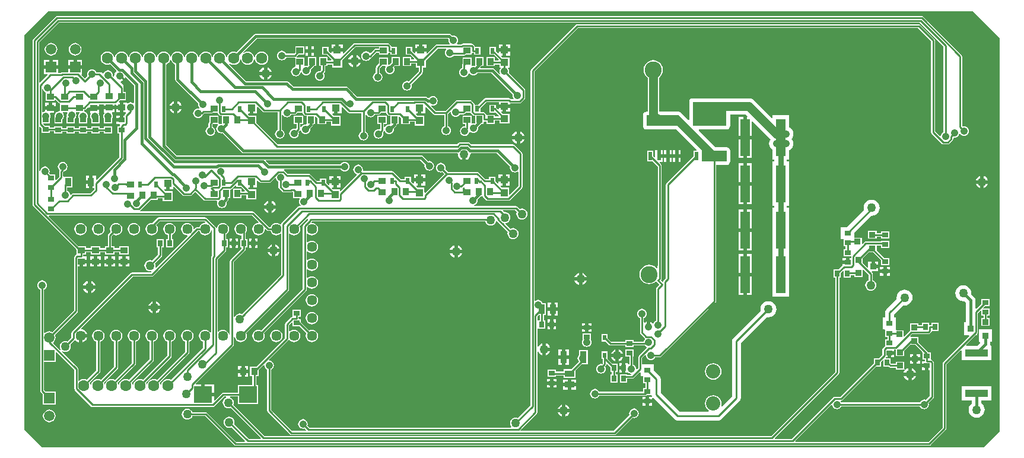
<source format=gbl>
G04 Layer_Physical_Order=2*
G04 Layer_Color=16711680*
%FSAX24Y24*%
%MOIN*%
G70*
G01*
G75*
%ADD17R,0.0354X0.0394*%
%ADD26R,0.0276X0.0354*%
%ADD27R,0.0354X0.0276*%
%ADD28R,0.0360X0.0320*%
%ADD39C,0.0100*%
%ADD40C,0.0150*%
%ADD41C,0.0500*%
%ADD45C,0.0591*%
%ADD46R,0.0591X0.0591*%
%ADD47C,0.0630*%
%ADD48C,0.0800*%
%ADD49C,0.0957*%
%ADD50C,0.0570*%
%ADD51C,0.0420*%
%ADD52C,0.0500*%
%ADD53R,0.0394X0.0354*%
%ADD54R,0.0248X0.0327*%
%ADD55R,0.0433X0.0433*%
%ADD56R,0.0532X0.0374*%
%ADD57R,0.1024X0.0945*%
%ADD58R,0.0236X0.0315*%
%ADD59R,0.0532X0.2087*%
%ADD60R,0.0374X0.0532*%
%ADD61R,0.0358X0.0480*%
%ADD62R,0.1280X0.0413*%
%ADD63R,0.0374X0.0669*%
%ADD64R,0.0220X0.0470*%
%ADD65C,0.0300*%
%ADD66R,0.1900X0.1350*%
G36*
X068900Y032450D02*
Y010350D01*
X068000Y009450D01*
X015100D01*
X014100Y010450D01*
Y032600D01*
X015450Y033950D01*
X067400Y033950D01*
X068900Y032450D01*
D02*
G37*
%LPC*%
G36*
X054506Y019050D02*
X054240D01*
Y018007D01*
X054506D01*
Y019050D01*
D02*
G37*
G36*
X054972D02*
X054706D01*
Y018007D01*
X054972D01*
Y019050D01*
D02*
G37*
G36*
X044078Y017566D02*
X043891D01*
Y017300D01*
X044078D01*
Y017566D01*
D02*
G37*
G36*
X049436Y031190D02*
X049296Y031172D01*
X049165Y031117D01*
X049053Y031031D01*
X048967Y030919D01*
X048913Y030788D01*
X048894Y030648D01*
X048913Y030508D01*
X048967Y030377D01*
X049053Y030265D01*
X049124Y030210D01*
Y028301D01*
X049050D01*
X048973Y028285D01*
X048908Y028242D01*
X048865Y028177D01*
X048849Y028100D01*
Y027500D01*
X048865Y027423D01*
X048908Y027358D01*
X048973Y027315D01*
X049050Y027299D01*
X050717D01*
X051871Y026145D01*
X051852Y026099D01*
X051681D01*
Y025793D01*
X050171Y024284D01*
X050147Y024247D01*
X050139Y024205D01*
X050139Y024205D01*
Y018946D01*
X050021Y018829D01*
X049997Y018793D01*
X049991Y018759D01*
X049957Y018740D01*
X049943Y018736D01*
X049857Y018821D01*
X049866Y018830D01*
X049890Y018866D01*
X049899Y018909D01*
Y019601D01*
X049903Y019607D01*
X049911Y019650D01*
Y025255D01*
X049903Y025297D01*
X049879Y025334D01*
X049879Y025334D01*
X049788Y025424D01*
X049808Y025470D01*
X049960D01*
Y025705D01*
X049750D01*
Y025805D01*
X049650D01*
Y026140D01*
X049540D01*
Y025738D01*
X049494Y025719D01*
X049419Y025793D01*
Y026099D01*
X049081D01*
Y025511D01*
X049387D01*
X049689Y025209D01*
Y019686D01*
X049685Y019680D01*
X049676Y019637D01*
X049676Y019637D01*
Y019496D01*
X049626Y019479D01*
X049583Y019535D01*
X049471Y019621D01*
X049340Y019676D01*
X049200Y019694D01*
X049060Y019676D01*
X048929Y019621D01*
X048817Y019535D01*
X048731Y019423D01*
X048676Y019292D01*
X048658Y019152D01*
X048676Y019012D01*
X048731Y018881D01*
X048817Y018769D01*
X048929Y018683D01*
X049060Y018628D01*
X049200Y018610D01*
X049340Y018628D01*
X049471Y018683D01*
X049557Y018749D01*
X049620Y018743D01*
X049624Y018740D01*
X049779Y018585D01*
X049621Y018428D01*
X049597Y018392D01*
X049589Y018349D01*
X049589Y018349D01*
Y016545D01*
X049564Y016535D01*
X049508Y016492D01*
X049465Y016436D01*
X049450Y016400D01*
X049393Y016393D01*
X049371Y016421D01*
X049306Y016471D01*
X049250Y016494D01*
Y016200D01*
X049050D01*
Y016494D01*
X048994Y016471D01*
X048961Y016446D01*
X048911Y016471D01*
Y016705D01*
X048936Y016715D01*
X048992Y016758D01*
X049035Y016814D01*
X049062Y016880D01*
X049071Y016950D01*
X049062Y017020D01*
X049035Y017086D01*
X048992Y017142D01*
X048936Y017185D01*
X048870Y017212D01*
X048800Y017221D01*
X048730Y017212D01*
X048664Y017185D01*
X048608Y017142D01*
X048565Y017086D01*
X048538Y017020D01*
X048529Y016950D01*
X048538Y016880D01*
X048565Y016814D01*
X048608Y016758D01*
X048664Y016715D01*
X048689Y016705D01*
Y015889D01*
X048689Y015889D01*
X048697Y015847D01*
X048721Y015811D01*
X048964Y015568D01*
X048966Y015566D01*
X048969Y015555D01*
X048970Y015503D01*
X048939Y015462D01*
X048912Y015396D01*
X048910Y015387D01*
X048336D01*
Y015472D01*
X047864D01*
Y015387D01*
X047063D01*
X046877Y015572D01*
Y015809D01*
X046523D01*
Y015376D01*
X046759D01*
X046938Y015197D01*
X046974Y015173D01*
X047017Y015164D01*
X047864D01*
Y015079D01*
X048336D01*
Y015164D01*
X048959D01*
X048982Y015134D01*
X049038Y015091D01*
X049056Y015084D01*
X049068Y015025D01*
X048621Y014579D01*
X048597Y014543D01*
X048589Y014500D01*
X048589Y014500D01*
Y013896D01*
X048519Y013826D01*
X048471Y013849D01*
X048471Y013850D01*
X048462Y013920D01*
X048435Y013986D01*
X048392Y014042D01*
X048336Y014085D01*
X048311Y014095D01*
Y014528D01*
X048336D01*
Y014921D01*
X047864D01*
Y014528D01*
X048089D01*
Y014116D01*
X048063Y014101D01*
X048013Y014128D01*
Y014177D01*
X047876D01*
Y013900D01*
Y013623D01*
X048013D01*
Y013623D01*
X048038Y013635D01*
X048064Y013615D01*
X048130Y013588D01*
X048167Y013583D01*
X048191Y013529D01*
X048178Y013511D01*
X047972D01*
Y013536D01*
X047579D01*
Y013064D01*
X047972D01*
Y013289D01*
X048250D01*
X048250Y013289D01*
X048293Y013297D01*
X048329Y013321D01*
X048680Y013673D01*
X048726Y013653D01*
Y013441D01*
X048822D01*
X048864Y013421D01*
Y013028D01*
X048989D01*
Y012772D01*
X048864D01*
Y012561D01*
X046395D01*
X046385Y012586D01*
X046342Y012642D01*
X046286Y012685D01*
X046220Y012712D01*
X046150Y012721D01*
X046080Y012712D01*
X046014Y012685D01*
X045958Y012642D01*
X045915Y012586D01*
X045888Y012520D01*
X045879Y012450D01*
X045888Y012380D01*
X045915Y012314D01*
X045958Y012258D01*
X046014Y012215D01*
X046080Y012188D01*
X046150Y012179D01*
X046220Y012188D01*
X046286Y012215D01*
X046342Y012258D01*
X046385Y012314D01*
X046395Y012339D01*
X048974D01*
X048974Y012339D01*
X049017Y012347D01*
X049053Y012371D01*
X049060Y012379D01*
X049336D01*
X049360Y012339D01*
X049366Y012312D01*
X049349Y012280D01*
X049335Y012262D01*
X049200D01*
Y012124D01*
X049377D01*
Y012199D01*
X049406Y012214D01*
X049427Y012217D01*
X050622Y011022D01*
X050704Y010967D01*
X050800Y010948D01*
X053100D01*
X053196Y010967D01*
X053278Y011022D01*
X054278Y012022D01*
X054333Y012104D01*
X054352Y012200D01*
Y015296D01*
X055816Y016760D01*
X055900Y016749D01*
X056017Y016765D01*
X056125Y016810D01*
X056219Y016881D01*
X056290Y016975D01*
X056335Y017083D01*
X056351Y017200D01*
X056335Y017317D01*
X056290Y017425D01*
X056219Y017519D01*
X056125Y017590D01*
X056017Y017635D01*
X055900Y017651D01*
X055783Y017635D01*
X055675Y017590D01*
X055581Y017519D01*
X055510Y017425D01*
X055465Y017317D01*
X055449Y017200D01*
X055460Y017116D01*
X053922Y015578D01*
X053867Y015496D01*
X053848Y015400D01*
Y012304D01*
X053285Y011741D01*
X053243Y011769D01*
X053247Y011780D01*
X053263Y011900D01*
X053247Y012020D01*
X053201Y012132D01*
X053127Y012227D01*
X053032Y012301D01*
X052920Y012347D01*
X052800Y012363D01*
X052680Y012347D01*
X052568Y012301D01*
X052473Y012227D01*
X052399Y012132D01*
X052353Y012020D01*
X052337Y011900D01*
X052353Y011780D01*
X052399Y011668D01*
X052473Y011573D01*
X052565Y011502D01*
X052565Y011496D01*
X052536Y011452D01*
X050904D01*
X049852Y012504D01*
Y013276D01*
X049833Y013372D01*
X049778Y013454D01*
X049474Y013758D01*
Y014110D01*
X048811D01*
Y014454D01*
X048981Y014624D01*
X049029Y014601D01*
X049029Y014600D01*
X049038Y014530D01*
X049065Y014464D01*
X049108Y014408D01*
X049164Y014365D01*
X049230Y014338D01*
X049300Y014329D01*
X049370Y014338D01*
X049436Y014365D01*
X049492Y014408D01*
X049535Y014464D01*
X049545Y014489D01*
X049800D01*
X049800Y014489D01*
X049843Y014497D01*
X049879Y014521D01*
X052929Y017571D01*
X052929Y017571D01*
X052953Y017607D01*
X052961Y017650D01*
Y025299D01*
X053550D01*
X053627Y025315D01*
X053692Y025358D01*
X053735Y025423D01*
X053751Y025500D01*
Y026100D01*
X053735Y026177D01*
X053692Y026242D01*
X053627Y026285D01*
X053550Y026301D01*
X052933D01*
X051981Y027253D01*
X052000Y027299D01*
X053550D01*
X053627Y027315D01*
X053692Y027358D01*
X053735Y027423D01*
X053751Y027500D01*
Y028149D01*
X054613D01*
X054723Y028040D01*
X054706Y027998D01*
Y026950D01*
X054972D01*
Y027726D01*
X055018Y027745D01*
X056022Y026741D01*
X055995Y026705D01*
X055954Y026606D01*
X055940Y026500D01*
X055954Y026394D01*
X055995Y026295D01*
X056060Y026210D01*
X056132Y026155D01*
Y025610D01*
X056244D01*
Y025490D01*
X056132D01*
Y023010D01*
X056244D01*
Y022890D01*
X056132D01*
Y020410D01*
X056132D01*
Y020390D01*
X056132D01*
Y017910D01*
X057057D01*
Y020390D01*
X057057D01*
Y020410D01*
X057057D01*
Y022890D01*
X056944D01*
Y023010D01*
X057057D01*
Y025490D01*
X056944D01*
Y025610D01*
X057057D01*
Y026125D01*
X057105Y026145D01*
X057190Y026210D01*
X057255Y026295D01*
X057296Y026394D01*
X057310Y026500D01*
X057296Y026606D01*
X057255Y026705D01*
X057202Y026775D01*
X057255Y026845D01*
X057296Y026944D01*
X057310Y027050D01*
X057296Y027156D01*
X057255Y027255D01*
X057190Y027340D01*
X057105Y027405D01*
X057057Y027425D01*
Y028090D01*
X056132D01*
Y027971D01*
X056085Y027952D01*
X055119Y028919D01*
X055025Y028990D01*
X054917Y029035D01*
X054800Y029051D01*
X053550D01*
X053550Y029051D01*
X051650D01*
X051573Y029035D01*
X051508Y028992D01*
X051465Y028927D01*
X051449Y028850D01*
Y027850D01*
X051403Y027831D01*
X050992Y028242D01*
X050927Y028285D01*
X050850Y028301D01*
X049748D01*
Y030210D01*
X049819Y030265D01*
X049906Y030377D01*
X049960Y030508D01*
X049978Y030648D01*
X049960Y030788D01*
X049906Y030919D01*
X049819Y031031D01*
X049707Y031117D01*
X049577Y031172D01*
X049436Y031190D01*
D02*
G37*
G36*
X045250Y019237D02*
X045173Y019206D01*
X045100Y019150D01*
X045044Y019077D01*
X045013Y019000D01*
X045250D01*
Y019237D01*
D02*
G37*
G36*
X045450D02*
Y019000D01*
X045687D01*
X045656Y019077D01*
X045600Y019150D01*
X045527Y019206D01*
X045450Y019237D01*
D02*
G37*
G36*
X045250Y018800D02*
X045013D01*
X045044Y018723D01*
X045100Y018650D01*
X045173Y018594D01*
X045250Y018563D01*
Y018800D01*
D02*
G37*
G36*
X045687D02*
X045450D01*
Y018563D01*
X045527Y018594D01*
X045600Y018650D01*
X045656Y018723D01*
X045687Y018800D01*
D02*
G37*
G36*
X043691Y017566D02*
X043504D01*
Y017300D01*
X043691D01*
Y017566D01*
D02*
G37*
G36*
X045600Y016413D02*
X045423D01*
Y016276D01*
X045600D01*
Y016413D01*
D02*
G37*
G36*
X045977D02*
X045800D01*
Y016276D01*
X045977D01*
Y016413D01*
D02*
G37*
G36*
X043626Y016250D02*
X043488D01*
Y016073D01*
X043626D01*
Y016250D01*
D02*
G37*
G36*
X043963D02*
X043826D01*
Y016073D01*
X043963D01*
Y016250D01*
D02*
G37*
G36*
X043691Y017100D02*
X043504D01*
Y016834D01*
X043691D01*
Y017100D01*
D02*
G37*
G36*
X044078D02*
X043891D01*
Y016834D01*
X044078D01*
Y017100D01*
D02*
G37*
G36*
X043626Y016627D02*
X043488D01*
Y016450D01*
X043626D01*
Y016627D01*
D02*
G37*
G36*
X043963D02*
X043826D01*
Y016450D01*
X043963D01*
Y016627D01*
D02*
G37*
G36*
X054506Y022793D02*
X054240D01*
Y021750D01*
X054506D01*
Y022793D01*
D02*
G37*
G36*
X054972D02*
X054706D01*
Y021750D01*
X054972D01*
Y022793D01*
D02*
G37*
G36*
Y021550D02*
X054706D01*
Y020507D01*
X054972D01*
Y021550D01*
D02*
G37*
G36*
X061983Y021593D02*
X061505D01*
Y021155D01*
X061983D01*
Y021263D01*
X062214D01*
Y021179D01*
X062686D01*
Y021572D01*
X062214D01*
Y021485D01*
X061983D01*
Y021593D01*
D02*
G37*
G36*
X067800Y024250D02*
X067563D01*
X067594Y024173D01*
X067650Y024100D01*
X067723Y024044D01*
X067800Y024013D01*
Y024250D01*
D02*
G37*
G36*
X068237D02*
X068000D01*
Y024013D01*
X068077Y024044D01*
X068150Y024100D01*
X068206Y024173D01*
X068237Y024250D01*
D02*
G37*
G36*
X054506Y024150D02*
X054240D01*
Y023107D01*
X054506D01*
Y024150D01*
D02*
G37*
G36*
X054972D02*
X054706D01*
Y023107D01*
X054972D01*
Y024150D01*
D02*
G37*
G36*
X054506Y021550D02*
X054240D01*
Y020507D01*
X054506D01*
Y021550D01*
D02*
G37*
G36*
Y020293D02*
X054240D01*
Y019250D01*
X054506D01*
Y020293D01*
D02*
G37*
G36*
X054972D02*
X054706D01*
Y019250D01*
X054972D01*
Y020293D01*
D02*
G37*
G36*
X062350Y019224D02*
X062173D01*
Y019087D01*
X062350D01*
Y019224D01*
D02*
G37*
G36*
X062727D02*
X062550D01*
Y019087D01*
X062727D01*
Y019224D01*
D02*
G37*
G36*
X062070Y019860D02*
X061890D01*
Y019700D01*
X062070D01*
Y019860D01*
D02*
G37*
G36*
X060250Y020062D02*
X060073D01*
Y019924D01*
X060250D01*
Y020062D01*
D02*
G37*
G36*
X062350Y019562D02*
X062173D01*
Y019424D01*
X062350D01*
Y019562D01*
D02*
G37*
G36*
X062727D02*
X062550D01*
Y019424D01*
X062727D01*
Y019562D01*
D02*
G37*
G36*
X045977Y016076D02*
X045800D01*
Y015938D01*
X045977D01*
Y016076D01*
D02*
G37*
G36*
X043626Y012943D02*
X043449D01*
Y012806D01*
X043626D01*
Y012943D01*
D02*
G37*
G36*
X044003D02*
X043826D01*
Y012806D01*
X044003D01*
Y012943D01*
D02*
G37*
G36*
X044626Y012854D02*
X044360D01*
Y012667D01*
X044626D01*
Y012854D01*
D02*
G37*
G36*
X045092D02*
X044826D01*
Y012667D01*
X045092D01*
Y012854D01*
D02*
G37*
G36*
X043626Y013281D02*
X043449D01*
Y013143D01*
X043626D01*
Y013281D01*
D02*
G37*
G36*
X044003D02*
X043826D01*
Y013143D01*
X044003D01*
Y013281D01*
D02*
G37*
G36*
X044626Y013241D02*
X044360D01*
Y013054D01*
X044626D01*
Y013241D01*
D02*
G37*
G36*
X045092D02*
X044826D01*
Y013054D01*
X045092D01*
Y013241D01*
D02*
G37*
G36*
X049000Y012262D02*
X048823D01*
Y012124D01*
X049000D01*
Y012262D01*
D02*
G37*
G36*
X044300Y011400D02*
X044063D01*
X044094Y011323D01*
X044150Y011250D01*
X044223Y011194D01*
X044300Y011163D01*
Y011400D01*
D02*
G37*
G36*
X044737D02*
X044500D01*
Y011163D01*
X044577Y011194D01*
X044650Y011250D01*
X044706Y011323D01*
X044737Y011400D01*
D02*
G37*
G36*
X015500Y011557D02*
X015408Y011545D01*
X015321Y011510D01*
X015247Y011453D01*
X015190Y011379D01*
X015155Y011293D01*
X015143Y011200D01*
X015155Y011107D01*
X015190Y011021D01*
X015247Y010947D01*
X015321Y010890D01*
X015408Y010855D01*
X015500Y010843D01*
X015592Y010855D01*
X015679Y010890D01*
X015753Y010947D01*
X015810Y011021D01*
X015845Y011107D01*
X015857Y011200D01*
X015845Y011293D01*
X015810Y011379D01*
X015753Y011453D01*
X015679Y011510D01*
X015592Y011545D01*
X015500Y011557D01*
D02*
G37*
G36*
X068437Y012862D02*
X066763D01*
Y012055D01*
X067326D01*
Y011903D01*
X067281Y011869D01*
X067210Y011775D01*
X067165Y011667D01*
X067149Y011550D01*
X067165Y011433D01*
X067210Y011325D01*
X067281Y011231D01*
X067375Y011160D01*
X067483Y011115D01*
X067600Y011099D01*
X067717Y011115D01*
X067825Y011160D01*
X067919Y011231D01*
X067990Y011325D01*
X068035Y011433D01*
X068051Y011550D01*
X068035Y011667D01*
X067990Y011775D01*
X067919Y011869D01*
X067874Y011903D01*
Y012055D01*
X068437D01*
Y012862D01*
D02*
G37*
G36*
X049000Y011924D02*
X048823D01*
Y011787D01*
X049000D01*
Y011924D01*
D02*
G37*
G36*
X049377D02*
X049200D01*
Y011787D01*
X049377D01*
Y011924D01*
D02*
G37*
G36*
X044300Y011837D02*
X044223Y011806D01*
X044150Y011750D01*
X044094Y011677D01*
X044063Y011600D01*
X044300D01*
Y011837D01*
D02*
G37*
G36*
X044500D02*
Y011600D01*
X044737D01*
X044706Y011677D01*
X044650Y011750D01*
X044577Y011806D01*
X044500Y011837D01*
D02*
G37*
G36*
X043637Y014850D02*
X043400D01*
Y014613D01*
X043477Y014644D01*
X043550Y014700D01*
X043606Y014773D01*
X043637Y014850D01*
D02*
G37*
G36*
X047300Y014937D02*
X047223Y014906D01*
X047150Y014850D01*
X047094Y014777D01*
X047063Y014700D01*
X047300D01*
Y014937D01*
D02*
G37*
G36*
X044299Y014935D02*
X044112D01*
Y014600D01*
X044299D01*
Y014935D01*
D02*
G37*
G36*
X044686D02*
X044499D01*
Y014600D01*
X044686D01*
Y014935D01*
D02*
G37*
G36*
X045936Y015821D02*
X045464D01*
Y015483D01*
X045438Y015420D01*
X045429Y015350D01*
X045438Y015280D01*
X045465Y015214D01*
X045508Y015158D01*
X045564Y015115D01*
X045630Y015088D01*
X045700Y015079D01*
X045770Y015088D01*
X045836Y015115D01*
X045892Y015158D01*
X045935Y015214D01*
X045962Y015280D01*
X045971Y015350D01*
X045962Y015420D01*
X045936Y015483D01*
Y015821D01*
D02*
G37*
G36*
X045600Y016076D02*
X045423D01*
Y015938D01*
X045600D01*
Y016076D01*
D02*
G37*
G36*
X047500Y014937D02*
Y014700D01*
X047737D01*
X047706Y014777D01*
X047650Y014850D01*
X047577Y014906D01*
X047500Y014937D01*
D02*
G37*
G36*
X043400Y015287D02*
Y015050D01*
X043637D01*
X043606Y015127D01*
X043550Y015200D01*
X043477Y015256D01*
X043400Y015287D01*
D02*
G37*
G36*
X047737Y014500D02*
X047500D01*
Y014263D01*
X047577Y014294D01*
X047650Y014350D01*
X047706Y014423D01*
X047737Y014500D01*
D02*
G37*
G36*
X045747Y014894D02*
X045255D01*
Y014638D01*
X045215Y014586D01*
X045188Y014520D01*
X045179Y014450D01*
X045188Y014380D01*
X045215Y014314D01*
X045252Y014267D01*
X044815Y013830D01*
X044401D01*
Y013695D01*
X043962D01*
Y013791D01*
X043490D01*
Y013398D01*
X043962D01*
Y013473D01*
X044401D01*
Y013338D01*
X045051D01*
Y013751D01*
X045406Y014106D01*
X045747D01*
Y014894D01*
D02*
G37*
G36*
X047676Y014177D02*
X047538D01*
Y014000D01*
X047676D01*
Y014177D01*
D02*
G37*
G36*
X052800Y014163D02*
X052680Y014147D01*
X052568Y014101D01*
X052473Y014027D01*
X052399Y013932D01*
X052353Y013820D01*
X052337Y013700D01*
X052353Y013580D01*
X052399Y013468D01*
X052473Y013373D01*
X052568Y013299D01*
X052680Y013253D01*
X052800Y013237D01*
X052920Y013253D01*
X053032Y013299D01*
X053127Y013373D01*
X053201Y013468D01*
X053247Y013580D01*
X053263Y013700D01*
X053247Y013820D01*
X053201Y013932D01*
X053127Y014027D01*
X053032Y014101D01*
X052920Y014147D01*
X052800Y014163D01*
D02*
G37*
G36*
X047676Y013800D02*
X047538D01*
Y013623D01*
X047676D01*
Y013800D01*
D02*
G37*
G36*
X046877Y014824D02*
X046523D01*
Y014391D01*
X046589D01*
Y014149D01*
X046552Y014115D01*
X046500Y014121D01*
X046430Y014112D01*
X046364Y014085D01*
X046308Y014042D01*
X046265Y013986D01*
X046238Y013920D01*
X046229Y013850D01*
X046238Y013780D01*
X046265Y013714D01*
X046308Y013658D01*
X046364Y013615D01*
X046430Y013588D01*
X046500Y013579D01*
X046570Y013588D01*
X046636Y013615D01*
X046692Y013658D01*
X046735Y013714D01*
X046762Y013780D01*
X046771Y013850D01*
X046762Y013920D01*
X046737Y013980D01*
X046779Y014021D01*
X046779Y014021D01*
X046803Y014057D01*
X046809Y014088D01*
X046844Y014105D01*
X046860Y014107D01*
X047028Y013940D01*
Y013664D01*
X047113D01*
Y013536D01*
X047028D01*
Y013064D01*
X047421D01*
Y013536D01*
X047336D01*
Y013664D01*
X047421D01*
Y014136D01*
X047145D01*
X046877Y014404D01*
Y014824D01*
D02*
G37*
G36*
X047300Y014500D02*
X047063D01*
X047094Y014423D01*
X047150Y014350D01*
X047223Y014294D01*
X047300Y014263D01*
Y014500D01*
D02*
G37*
G36*
X044299Y014400D02*
X044112D01*
Y014065D01*
X044299D01*
Y014400D01*
D02*
G37*
G36*
X044686D02*
X044499D01*
Y014065D01*
X044686D01*
Y014400D01*
D02*
G37*
G36*
X054506Y025393D02*
X054240D01*
Y024350D01*
X054506D01*
Y025393D01*
D02*
G37*
G36*
X050150Y025705D02*
X050040D01*
Y025470D01*
X050150D01*
Y025705D01*
D02*
G37*
G36*
X049960Y026140D02*
X049850D01*
Y025905D01*
X049960D01*
Y026140D01*
D02*
G37*
G36*
X054506Y027993D02*
X054240D01*
Y026950D01*
X054506D01*
Y027993D01*
D02*
G37*
G36*
X054972Y026750D02*
X054706D01*
Y025707D01*
X054972D01*
Y026750D01*
D02*
G37*
G36*
X050650Y026140D02*
X050540D01*
Y025905D01*
X050650D01*
Y026140D01*
D02*
G37*
G36*
X050960D02*
X050850D01*
Y025905D01*
X050960D01*
Y026140D01*
D02*
G37*
G36*
X050150D02*
X050040D01*
Y025905D01*
X050150D01*
Y026140D01*
D02*
G37*
G36*
X050460D02*
X050350D01*
Y025905D01*
X050460D01*
Y026140D01*
D02*
G37*
G36*
X068000Y024687D02*
Y024450D01*
X068237D01*
X068206Y024527D01*
X068150Y024600D01*
X068077Y024656D01*
X068000Y024687D01*
D02*
G37*
G36*
X050650Y025705D02*
X050540D01*
Y025470D01*
X050650D01*
Y025705D01*
D02*
G37*
G36*
X050960D02*
X050850D01*
Y025470D01*
X050960D01*
Y025705D01*
D02*
G37*
G36*
X050460D02*
X050350D01*
Y025470D01*
X050460D01*
Y025705D01*
D02*
G37*
G36*
X064516Y033670D02*
X064516Y033670D01*
X015934D01*
X015934Y033670D01*
X015892Y033662D01*
X015855Y033638D01*
X015855Y033638D01*
X014584Y032366D01*
X014560Y032330D01*
X014552Y032288D01*
X014552Y032288D01*
Y023067D01*
X014552Y023067D01*
X014560Y023025D01*
X014584Y022989D01*
X017044Y020529D01*
Y020280D01*
X017015Y020274D01*
X016979Y020250D01*
X016979Y020250D01*
X016915Y020186D01*
X016891Y020150D01*
X016883Y020107D01*
X016883Y020107D01*
Y017140D01*
X015660Y015917D01*
X015592Y015945D01*
X015500Y015957D01*
X015408Y015945D01*
X015321Y015910D01*
X015257Y015860D01*
X015207Y015875D01*
Y018303D01*
X015236Y018315D01*
X015292Y018358D01*
X015335Y018414D01*
X015362Y018480D01*
X015371Y018550D01*
X015362Y018620D01*
X015335Y018686D01*
X015292Y018742D01*
X015236Y018785D01*
X015170Y018812D01*
X015100Y018821D01*
X015030Y018812D01*
X014964Y018785D01*
X014908Y018742D01*
X014865Y018686D01*
X014838Y018620D01*
X014829Y018550D01*
X014838Y018480D01*
X014865Y018414D01*
X014908Y018358D01*
X014964Y018315D01*
X014984Y018307D01*
Y012604D01*
X014984Y012604D01*
X014993Y012562D01*
X015017Y012526D01*
X015146Y012397D01*
Y011846D01*
X015854D01*
Y012554D01*
X015303D01*
X015207Y012650D01*
Y014246D01*
X015854D01*
Y014773D01*
X015901Y014792D01*
X016905Y013788D01*
Y012724D01*
X016905Y012724D01*
X016914Y012682D01*
X016938Y012646D01*
X017841Y011743D01*
X017841Y011743D01*
X017877Y011719D01*
X017919Y011710D01*
X017919Y011710D01*
X024698D01*
X024698Y011710D01*
X024740Y011719D01*
X024777Y011743D01*
X025325Y012292D01*
X025436D01*
X025446Y012242D01*
X025394Y012220D01*
X025330Y012170D01*
X025280Y012106D01*
X025249Y012031D01*
X025238Y011950D01*
X025249Y011869D01*
X025280Y011794D01*
X025330Y011730D01*
X025394Y011680D01*
X025469Y011649D01*
X025550Y011638D01*
X025631Y011649D01*
X025675Y011667D01*
X027385Y009957D01*
X027366Y009911D01*
X026696D01*
X025883Y010725D01*
X025901Y010769D01*
X025912Y010850D01*
X025901Y010931D01*
X025870Y011006D01*
X025820Y011070D01*
X025756Y011120D01*
X025681Y011151D01*
X025600Y011162D01*
X025519Y011151D01*
X025444Y011120D01*
X025380Y011070D01*
X025330Y011006D01*
X025299Y010931D01*
X025288Y010850D01*
X025299Y010769D01*
X025330Y010694D01*
X025380Y010630D01*
X025444Y010580D01*
X025519Y010549D01*
X025600Y010538D01*
X025681Y010549D01*
X025725Y010567D01*
X026494Y009798D01*
X026475Y009752D01*
X026005D01*
X024379Y011379D01*
X024343Y011403D01*
X024300Y011411D01*
X024300Y011411D01*
X023538D01*
X023520Y011456D01*
X023470Y011520D01*
X023406Y011570D01*
X023331Y011601D01*
X023250Y011612D01*
X023169Y011601D01*
X023094Y011570D01*
X023030Y011520D01*
X022980Y011456D01*
X022949Y011381D01*
X022938Y011300D01*
X022949Y011219D01*
X022980Y011144D01*
X023030Y011080D01*
X023094Y011030D01*
X023169Y010999D01*
X023250Y010988D01*
X023331Y010999D01*
X023406Y011030D01*
X023470Y011080D01*
X023520Y011144D01*
X023538Y011189D01*
X024254D01*
X025880Y009562D01*
X025917Y009538D01*
X025959Y009530D01*
X064941D01*
X064941Y009530D01*
X064984Y009538D01*
X065020Y009562D01*
X065879Y010421D01*
X065879Y010421D01*
X065903Y010457D01*
X065911Y010500D01*
Y014100D01*
X066717Y014906D01*
X066763Y014887D01*
Y014338D01*
X068437D01*
Y015145D01*
X068401D01*
X068363Y015195D01*
X068368Y015235D01*
Y015363D01*
X068471D01*
Y016077D01*
X067717D01*
Y015363D01*
X067763D01*
X067784Y015313D01*
X067616Y015145D01*
X067022D01*
X067003Y015191D01*
X067555Y015743D01*
X067637D01*
Y015830D01*
X067652Y015852D01*
X067660Y015895D01*
Y016979D01*
X067818Y017136D01*
X067864Y017117D01*
Y016828D01*
X067989D01*
Y016693D01*
X067855D01*
Y016255D01*
X068333D01*
Y016693D01*
X068211D01*
Y016828D01*
X068336D01*
Y017221D01*
X067968D01*
X067949Y017267D01*
X068060Y017379D01*
X068336D01*
Y017772D01*
X067864D01*
Y017497D01*
X067580Y017213D01*
X067534Y017232D01*
Y017690D01*
X067534Y017690D01*
X067525Y017761D01*
X067497Y017827D01*
X067454Y017884D01*
X067293Y018044D01*
X067301Y018100D01*
X067285Y018217D01*
X067240Y018325D01*
X067169Y018419D01*
X067075Y018490D01*
X066967Y018535D01*
X066850Y018551D01*
X066733Y018535D01*
X066625Y018490D01*
X066531Y018419D01*
X066460Y018325D01*
X066415Y018217D01*
X066399Y018100D01*
X066415Y017983D01*
X066460Y017875D01*
X066531Y017781D01*
X066625Y017710D01*
X066733Y017665D01*
X066850Y017649D01*
X066906Y017657D01*
X066986Y017576D01*
Y016457D01*
X066883D01*
Y015743D01*
X067175D01*
X067194Y015697D01*
X065721Y014224D01*
X065697Y014188D01*
X065689Y014146D01*
X065689Y014146D01*
Y010546D01*
X064895Y009752D01*
X057424D01*
X057404Y009798D01*
X059431Y011825D01*
X059484Y011807D01*
X059488Y011780D01*
X059515Y011714D01*
X059558Y011658D01*
X059614Y011615D01*
X059680Y011588D01*
X059750Y011579D01*
X059820Y011588D01*
X059886Y011615D01*
X059942Y011658D01*
X059985Y011714D01*
X059995Y011739D01*
X064405D01*
X064415Y011714D01*
X064458Y011658D01*
X064514Y011615D01*
X064580Y011588D01*
X064650Y011579D01*
X064720Y011588D01*
X064786Y011615D01*
X064842Y011658D01*
X064885Y011714D01*
X064912Y011780D01*
X064921Y011850D01*
X064912Y011920D01*
X064902Y011945D01*
X065165Y012208D01*
X065189Y012244D01*
X065197Y012286D01*
Y014207D01*
X065189Y014250D01*
X065165Y014286D01*
X065165Y014286D01*
X065101Y014350D01*
X065065Y014374D01*
X065036Y014380D01*
Y014772D01*
X064892D01*
X064879Y014792D01*
X064333Y015338D01*
Y015639D01*
X063892Y015639D01*
X063889D01*
D01*
X063885Y015639D01*
X063882Y015647D01*
X063864Y015689D01*
X063969Y015794D01*
X064899D01*
X064899Y015794D01*
X064941Y015802D01*
X064977Y015826D01*
X065050Y015899D01*
X065074Y015935D01*
X065080Y015964D01*
X065472D01*
Y016436D01*
X065079D01*
Y016311D01*
X064971D01*
X064921Y016352D01*
Y016436D01*
X064528D01*
Y016311D01*
X064333D01*
Y016393D01*
X063855D01*
Y015990D01*
X063844Y015984D01*
X063545Y015684D01*
X063499Y015704D01*
Y016019D01*
X063083D01*
X063074Y016065D01*
X063074Y016069D01*
Y016735D01*
X062952D01*
Y016896D01*
X063466Y017410D01*
X063550Y017399D01*
X063667Y017415D01*
X063775Y017460D01*
X063869Y017531D01*
X063940Y017625D01*
X063985Y017733D01*
X064001Y017850D01*
X063985Y017967D01*
X063940Y018075D01*
X063869Y018169D01*
X063775Y018240D01*
X063667Y018285D01*
X063550Y018301D01*
X063433Y018285D01*
X063325Y018240D01*
X063231Y018169D01*
X063160Y018075D01*
X063115Y017967D01*
X063099Y017850D01*
X063110Y017766D01*
X062522Y017178D01*
X062467Y017096D01*
X062448Y017000D01*
Y016735D01*
X062326D01*
Y016065D01*
X062422D01*
X062464Y016046D01*
X062464Y016015D01*
Y015652D01*
X062589D01*
Y015497D01*
X062464D01*
Y015137D01*
X062457Y015132D01*
X062457Y015132D01*
X062335Y015010D01*
X062311Y014974D01*
X062303Y014932D01*
X062303Y014932D01*
Y014635D01*
X062103Y014436D01*
X061828D01*
Y014160D01*
X059947Y012280D01*
X059618D01*
X059618Y012280D01*
X059575Y012272D01*
X059539Y012248D01*
X059539Y012248D01*
X057203Y009911D01*
X056275D01*
X056256Y009957D01*
X059853Y013555D01*
X059853Y013555D01*
X059877Y013591D01*
X059886Y013633D01*
Y018964D01*
X059971D01*
Y019240D01*
X060083Y019351D01*
X060129Y019332D01*
Y018964D01*
X060522D01*
Y019115D01*
X060717D01*
Y019007D01*
X061195D01*
Y019409D01*
X061245Y019429D01*
X061539Y019136D01*
Y018838D01*
X061494Y018820D01*
X061430Y018770D01*
X061380Y018706D01*
X061349Y018631D01*
X061338Y018550D01*
X061349Y018469D01*
X061380Y018394D01*
X061430Y018330D01*
X061494Y018280D01*
X061569Y018249D01*
X061650Y018238D01*
X061731Y018249D01*
X061806Y018280D01*
X061870Y018330D01*
X061920Y018394D01*
X061951Y018469D01*
X061962Y018550D01*
X061951Y018631D01*
X061920Y018706D01*
X061870Y018770D01*
X061806Y018820D01*
X061761Y018838D01*
Y019182D01*
X061753Y019224D01*
X061729Y019261D01*
X061729Y019261D01*
X061695Y019294D01*
X061714Y019340D01*
X062070D01*
Y019500D01*
X061790D01*
Y019600D01*
X061690D01*
Y019860D01*
X061510D01*
Y019544D01*
X061464Y019525D01*
X061195Y019794D01*
Y020062D01*
X061534Y020401D01*
X061767D01*
X062214Y019955D01*
Y019679D01*
X062686D01*
Y020072D01*
X062410D01*
X061983Y020500D01*
Y020778D01*
X062214D01*
Y020628D01*
X062686D01*
Y021021D01*
X062214D01*
Y021000D01*
X061371D01*
X061371Y021000D01*
X061329Y020992D01*
X061293Y020968D01*
X061195Y020870D01*
X061149Y020890D01*
Y021219D01*
X060724D01*
Y021494D01*
X061682Y022452D01*
X061700Y022449D01*
X061817Y022465D01*
X061925Y022510D01*
X062019Y022581D01*
X062090Y022675D01*
X062135Y022783D01*
X062151Y022900D01*
X062135Y023017D01*
X062090Y023125D01*
X062019Y023219D01*
X061925Y023290D01*
X061817Y023335D01*
X061700Y023351D01*
X061583Y023335D01*
X061475Y023290D01*
X061381Y023219D01*
X061310Y023125D01*
X061265Y023017D01*
X061249Y022900D01*
X061265Y022783D01*
X061276Y022757D01*
X060329Y021810D01*
X059976D01*
Y021141D01*
X060072D01*
X060114Y021121D01*
Y020728D01*
X060239D01*
Y020572D01*
X060114D01*
Y020179D01*
X060556D01*
Y020062D01*
X060450D01*
Y019824D01*
X060350D01*
Y019724D01*
X060073D01*
Y019656D01*
X059853Y019436D01*
X059578D01*
Y018964D01*
X059663D01*
Y013680D01*
X056054Y010070D01*
X027587D01*
X025833Y011825D01*
X025851Y011869D01*
X025862Y011950D01*
X025851Y012031D01*
X025820Y012106D01*
X025770Y012170D01*
X025706Y012220D01*
X025654Y012242D01*
X025664Y012292D01*
X026090D01*
Y011871D01*
X027232D01*
Y012934D01*
X027126D01*
Y013444D01*
X027251D01*
Y013779D01*
X027534Y014062D01*
X027580Y014037D01*
X027588Y013980D01*
X027615Y013914D01*
X027658Y013858D01*
X027714Y013815D01*
X027739Y013805D01*
Y011500D01*
X027739Y011500D01*
X027747Y011457D01*
X027771Y011421D01*
X029021Y010171D01*
X029057Y010147D01*
X029100Y010139D01*
X029100Y010139D01*
X047250D01*
X047250Y010139D01*
X047293Y010147D01*
X047329Y010171D01*
X048255Y011098D01*
X048280Y011088D01*
X048350Y011079D01*
X048420Y011088D01*
X048486Y011115D01*
X048542Y011158D01*
X048585Y011214D01*
X048612Y011280D01*
X048621Y011350D01*
X048612Y011420D01*
X048585Y011486D01*
X048542Y011542D01*
X048486Y011585D01*
X048420Y011612D01*
X048350Y011621D01*
X048280Y011612D01*
X048214Y011585D01*
X048158Y011542D01*
X048115Y011486D01*
X048088Y011420D01*
X048079Y011350D01*
X048088Y011280D01*
X048098Y011255D01*
X047204Y010361D01*
X041997D01*
X041976Y010411D01*
X042888Y011323D01*
X042888Y011323D01*
X042912Y011359D01*
X042920Y011401D01*
X042920Y011401D01*
Y014822D01*
X042970Y014832D01*
X042994Y014773D01*
X043050Y014700D01*
X043123Y014644D01*
X043200Y014613D01*
Y014950D01*
Y015287D01*
X043123Y015256D01*
X043050Y015200D01*
X042994Y015127D01*
X042970Y015069D01*
X042920Y015078D01*
Y016802D01*
X042993Y016875D01*
X043063D01*
Y016586D01*
X042978D01*
Y016114D01*
X043371D01*
Y016586D01*
X043286D01*
Y016875D01*
X043407D01*
Y017525D01*
X043230D01*
X043204Y017587D01*
X043161Y017643D01*
X043105Y017686D01*
X043039Y017713D01*
X042969Y017722D01*
X042899Y017713D01*
X042833Y017686D01*
X042811Y017669D01*
X042761Y017694D01*
Y030554D01*
X045196Y032989D01*
X064304D01*
X065039Y032254D01*
Y027149D01*
X065039Y027149D01*
X065047Y027106D01*
X065071Y027070D01*
X065639Y026502D01*
X065639Y026502D01*
X065675Y026478D01*
X065718Y026470D01*
X065718Y026470D01*
X065982D01*
X065982Y026470D01*
X066025Y026478D01*
X066061Y026502D01*
X066248Y026689D01*
X066272Y026725D01*
X066280Y026768D01*
Y026800D01*
X066318Y026833D01*
X066350Y026829D01*
X066420Y026838D01*
X066486Y026865D01*
X066542Y026908D01*
X066585Y026964D01*
X066612Y027030D01*
X066615Y027054D01*
X066657Y027063D01*
X066667Y027062D01*
X066708Y027008D01*
X066764Y026965D01*
X066830Y026938D01*
X066900Y026929D01*
X066970Y026938D01*
X067036Y026965D01*
X067092Y027008D01*
X067135Y027064D01*
X067162Y027130D01*
X067171Y027200D01*
X067162Y027270D01*
X067135Y027336D01*
X067092Y027392D01*
X067036Y027435D01*
X066970Y027462D01*
X066900Y027471D01*
X066830Y027462D01*
X066823Y027459D01*
X066780Y027492D01*
Y031406D01*
X066772Y031448D01*
X066748Y031485D01*
X066748Y031485D01*
X064595Y033638D01*
X064558Y033662D01*
X064516Y033670D01*
D02*
G37*
G36*
X054506Y026750D02*
X054240D01*
Y025707D01*
X054506D01*
Y026750D01*
D02*
G37*
G36*
X067800Y024687D02*
X067723Y024656D01*
X067650Y024600D01*
X067594Y024527D01*
X067563Y024450D01*
X067800D01*
Y024687D01*
D02*
G37*
G36*
X054972Y025393D02*
X054706D01*
Y024350D01*
X054972D01*
Y025393D01*
D02*
G37*
%LPD*%
G36*
X020257Y029786D02*
Y028793D01*
X020207Y028768D01*
X020186Y028785D01*
X020120Y028812D01*
X020050Y028821D01*
X019980Y028812D01*
X019914Y028785D01*
X019897Y028772D01*
X019847Y028796D01*
Y028812D01*
X019650D01*
Y028535D01*
Y028258D01*
X019780D01*
X019801Y028208D01*
X019758Y028165D01*
X019733Y028129D01*
X019725Y028086D01*
X019685Y028063D01*
X019650D01*
Y027826D01*
X019550D01*
Y027726D01*
X019273D01*
Y027588D01*
X019449D01*
X019465Y027538D01*
X019447Y027511D01*
X019439Y027471D01*
X019314D01*
Y027078D01*
X019439D01*
Y025746D01*
X018169Y024476D01*
X018123Y024495D01*
Y024690D01*
X017944D01*
Y024350D01*
Y024010D01*
X018021D01*
Y023928D01*
X017797Y023704D01*
X016844D01*
X016802Y023696D01*
X016766Y023672D01*
X016719Y023625D01*
X016666Y023643D01*
X016662Y023670D01*
X016635Y023736D01*
X016592Y023792D01*
X016536Y023835D01*
X016511Y023845D01*
Y024051D01*
X016794D01*
Y024649D01*
X016318D01*
X016279Y024676D01*
Y024903D01*
X016313Y024937D01*
X016320Y024938D01*
X016386Y024965D01*
X016442Y025008D01*
X016485Y025064D01*
X016512Y025130D01*
X016521Y025200D01*
X016512Y025270D01*
X016485Y025336D01*
X016442Y025392D01*
X016386Y025435D01*
X016320Y025462D01*
X016250Y025471D01*
X016180Y025462D01*
X016114Y025435D01*
X016058Y025392D01*
X016015Y025336D01*
X015988Y025270D01*
X015979Y025200D01*
X015988Y025130D01*
X016015Y025064D01*
X016058Y025008D01*
X016070Y024999D01*
X016065Y024992D01*
X016057Y024949D01*
X016057Y024949D01*
Y024639D01*
X015882Y024464D01*
X015836Y024483D01*
Y024772D01*
X015560D01*
X015495Y024838D01*
X015512Y024880D01*
X015521Y024950D01*
X015512Y025020D01*
X015485Y025086D01*
X015442Y025142D01*
X015386Y025185D01*
X015320Y025212D01*
X015250Y025221D01*
X015180Y025212D01*
X015114Y025185D01*
X015058Y025142D01*
X015015Y025086D01*
X014988Y025020D01*
X014983Y024984D01*
X014933Y024987D01*
Y027443D01*
X014979Y027462D01*
X015064Y027378D01*
Y027102D01*
X015536D01*
Y027188D01*
X015764D01*
Y027078D01*
X016236D01*
Y027163D01*
X016464D01*
Y027078D01*
X016936D01*
Y027163D01*
X017164D01*
Y027078D01*
X017636D01*
Y027163D01*
X017864D01*
Y027078D01*
X018336D01*
Y027163D01*
X018564D01*
Y027078D01*
X019036D01*
Y027471D01*
X018564D01*
Y027386D01*
X018336D01*
Y027471D01*
X017864D01*
Y027386D01*
X017636D01*
Y027471D01*
X017164D01*
Y027386D01*
X016936D01*
Y027471D01*
X016464D01*
Y027386D01*
X016236D01*
Y027471D01*
X015764D01*
Y027410D01*
X015536D01*
Y027496D01*
X015260D01*
X015149Y027607D01*
X015168Y027653D01*
X015536D01*
Y027917D01*
X015562Y027980D01*
X015571Y028050D01*
X015562Y028120D01*
X015535Y028186D01*
X015529Y028193D01*
X015554Y028243D01*
X015796D01*
X015821Y028193D01*
X015815Y028186D01*
X015788Y028120D01*
X015781Y028067D01*
X015764Y028022D01*
X015764Y028022D01*
X015764Y028022D01*
Y027629D01*
X016236D01*
Y027854D01*
X016242Y027858D01*
X016285Y027914D01*
X016312Y027980D01*
X016321Y028050D01*
X016312Y028120D01*
X016285Y028186D01*
X016248Y028234D01*
X016262Y028284D01*
X016495D01*
X016518Y028239D01*
X016515Y028236D01*
X016488Y028170D01*
X016479Y028100D01*
X016482Y028072D01*
X016464Y028022D01*
X016464D01*
Y027629D01*
X016936D01*
Y027904D01*
X016942Y027908D01*
X016985Y027964D01*
X017012Y028030D01*
X017021Y028100D01*
X017012Y028170D01*
X016985Y028236D01*
X016982Y028239D01*
X017005Y028284D01*
X017188D01*
X017202Y028234D01*
X017165Y028186D01*
X017138Y028120D01*
X017129Y028050D01*
X017138Y027980D01*
X017164Y027917D01*
Y027629D01*
X017636D01*
Y027917D01*
X017662Y027980D01*
X017671Y028050D01*
X017662Y028120D01*
X017635Y028186D01*
X017592Y028242D01*
X017536Y028285D01*
X017470Y028312D01*
X017456Y028314D01*
Y028364D01*
X017472Y028409D01*
X017514Y028417D01*
X017550Y028441D01*
X017657Y028548D01*
X017703Y028529D01*
Y028243D01*
X017796D01*
X017821Y028193D01*
X017815Y028186D01*
X017788Y028120D01*
X017779Y028050D01*
X017788Y027980D01*
X017815Y027914D01*
X017858Y027858D01*
X017864Y027854D01*
Y027629D01*
X018336D01*
Y028022D01*
X018336D01*
X018319Y028065D01*
X018312Y028120D01*
X018285Y028186D01*
X018279Y028193D01*
X018297Y028243D01*
X018297D01*
Y028420D01*
X018000D01*
Y028620D01*
X018297D01*
Y028710D01*
X018553D01*
Y028635D01*
X019147D01*
Y028710D01*
X019206D01*
X019206Y028710D01*
X019253Y028668D01*
Y028635D01*
X019450D01*
Y028812D01*
X019420D01*
X019401Y028858D01*
X019471Y028929D01*
X019806D01*
Y029401D01*
X019661D01*
Y029750D01*
X019661Y029750D01*
X019653Y029793D01*
X019629Y029829D01*
X019629Y029829D01*
X019512Y029945D01*
X019526Y029996D01*
X019528Y029998D01*
X019531Y029998D01*
X019606Y030029D01*
X019671Y030079D01*
X019721Y030144D01*
X019752Y030219D01*
X019753Y030227D01*
X019800Y030243D01*
X020257Y029786D01*
D02*
G37*
G36*
X052850Y026100D02*
X053550D01*
Y025500D01*
X052150D01*
Y026150D01*
X050800Y027500D01*
X049050D01*
Y028100D01*
X050850D01*
X052850Y026100D01*
D02*
G37*
G36*
X022342Y031202D02*
X022380Y031111D01*
X022440Y031033D01*
X022518Y030973D01*
X022570Y030952D01*
Y030115D01*
X022580Y030062D01*
X022610Y030018D01*
X023859Y028769D01*
X023850Y028700D01*
X023859Y028630D01*
X023886Y028564D01*
X023926Y028512D01*
X023923Y028497D01*
X023904Y028464D01*
X023850Y028471D01*
X023780Y028462D01*
X023714Y028435D01*
X023658Y028392D01*
X023615Y028336D01*
X023588Y028270D01*
X023579Y028200D01*
X023588Y028130D01*
X023615Y028064D01*
X023658Y028008D01*
X023714Y027965D01*
X023780Y027938D01*
X023850Y027929D01*
X023920Y027938D01*
X023986Y027965D01*
X024042Y028008D01*
X024085Y028064D01*
X024101Y028103D01*
X024129Y028121D01*
X024196Y028189D01*
X024585D01*
X024585Y028189D01*
X024628Y028197D01*
X024664Y028221D01*
X024671Y028229D01*
X024969D01*
X024975Y028199D01*
X024999Y028163D01*
X025063Y028099D01*
X025063Y028099D01*
X025099Y028075D01*
X025142Y028066D01*
X025199D01*
Y027653D01*
X025161Y027620D01*
X025150Y027621D01*
X025080Y027612D01*
X025056Y027602D01*
X025006Y027636D01*
Y028071D01*
X024494D01*
Y027736D01*
X024471Y027714D01*
X024447Y027678D01*
X024439Y027635D01*
X024439Y027635D01*
Y027445D01*
X024414Y027435D01*
X024358Y027392D01*
X024315Y027336D01*
X024288Y027270D01*
X024279Y027200D01*
X024288Y027130D01*
X024315Y027064D01*
X024358Y027008D01*
X024414Y026965D01*
X024480Y026938D01*
X024550Y026929D01*
X024620Y026938D01*
X024686Y026965D01*
X024742Y027008D01*
X024785Y027064D01*
X024812Y027130D01*
X024821Y027200D01*
X024812Y027270D01*
X024785Y027336D01*
X024742Y027392D01*
X024686Y027435D01*
X024661Y027445D01*
Y027589D01*
X024671Y027599D01*
X024950D01*
X024967Y027549D01*
X024958Y027542D01*
X024915Y027486D01*
X024888Y027420D01*
X024879Y027350D01*
X024888Y027280D01*
X024915Y027214D01*
X024958Y027158D01*
X025014Y027115D01*
X025080Y027088D01*
X025150Y027079D01*
X025219Y027088D01*
X026303Y026003D01*
X026348Y025974D01*
X026400Y025963D01*
X038417D01*
X038450Y025926D01*
X038447Y025900D01*
X038459Y025809D01*
X038494Y025723D01*
X038550Y025650D01*
X038623Y025594D01*
X038700Y025563D01*
Y025900D01*
X038900D01*
Y025563D01*
X038977Y025594D01*
X039050Y025650D01*
X039106Y025723D01*
X039141Y025809D01*
X039153Y025900D01*
X039150Y025926D01*
X039183Y025963D01*
X040643D01*
X041388Y025219D01*
X041379Y025150D01*
X041388Y025080D01*
X041415Y025014D01*
X041458Y024958D01*
X041514Y024915D01*
X041580Y024888D01*
X041650Y024879D01*
X041720Y024888D01*
X041786Y024915D01*
X041808Y024932D01*
X041858Y024907D01*
Y024123D01*
X041372Y023637D01*
X041326Y023657D01*
Y024021D01*
X040925D01*
X040855Y024092D01*
X040874Y024138D01*
X040950D01*
Y024354D01*
X040733D01*
Y024278D01*
X040687Y024259D01*
X040572Y024374D01*
Y024622D01*
X040206D01*
Y024511D01*
X039999D01*
X039624Y024886D01*
X039588Y024910D01*
X039545Y024918D01*
X039545Y024918D01*
X037889D01*
X037752Y025055D01*
X037762Y025080D01*
X037771Y025150D01*
X037762Y025220D01*
X037735Y025286D01*
X037692Y025342D01*
X037636Y025385D01*
X037570Y025412D01*
X037500Y025421D01*
X037430Y025412D01*
X037364Y025385D01*
X037308Y025342D01*
X037265Y025286D01*
X037238Y025220D01*
X037229Y025150D01*
X037238Y025080D01*
X037265Y025014D01*
X037308Y024958D01*
X037364Y024915D01*
X037430Y024888D01*
X037500Y024879D01*
X037570Y024888D01*
X037595Y024898D01*
X037686Y024807D01*
X036622Y023743D01*
X036576Y023763D01*
Y024021D01*
X036182D01*
X036111Y024092D01*
X036130Y024138D01*
X036200D01*
Y024354D01*
X035983D01*
Y024285D01*
X035937Y024266D01*
X035822Y024381D01*
Y024622D01*
X035456D01*
Y024511D01*
X035249D01*
X034831Y024929D01*
X034795Y024953D01*
X034753Y024961D01*
X034753Y024961D01*
X033155D01*
X033116Y025011D01*
X033121Y025050D01*
X033112Y025120D01*
X033085Y025186D01*
X033042Y025242D01*
X032986Y025285D01*
X032920Y025312D01*
X032850Y025321D01*
X032780Y025312D01*
X032714Y025285D01*
X032658Y025242D01*
X032615Y025186D01*
X032588Y025120D01*
X032579Y025050D01*
X032588Y024980D01*
X032615Y024914D01*
X032658Y024858D01*
X032714Y024815D01*
X032761Y024795D01*
X032778Y024742D01*
X031872Y023835D01*
X031826Y023854D01*
Y023921D01*
X031432D01*
X031361Y023992D01*
X031380Y024038D01*
X031450D01*
Y024254D01*
X031233D01*
Y024185D01*
X031187Y024166D01*
X031072Y024281D01*
Y024522D01*
X030706D01*
Y024411D01*
X030527D01*
X030159Y024779D01*
X030123Y024803D01*
X030080Y024811D01*
X030080Y024811D01*
X028897D01*
X028711Y024998D01*
X028687Y025013D01*
X028703Y025063D01*
X031866D01*
X031908Y025008D01*
X031964Y024965D01*
X032030Y024938D01*
X032100Y024929D01*
X032170Y024938D01*
X032236Y024965D01*
X032292Y025008D01*
X032335Y025064D01*
X032362Y025130D01*
X032371Y025200D01*
X032362Y025270D01*
X032335Y025336D01*
X032292Y025392D01*
X032236Y025435D01*
X032170Y025462D01*
X032100Y025471D01*
X032030Y025462D01*
X031964Y025435D01*
X031908Y025392D01*
X031866Y025337D01*
X027843D01*
X027659Y025521D01*
X027678Y025567D01*
X036339D01*
X036588Y025319D01*
X036579Y025250D01*
X036588Y025180D01*
X036615Y025114D01*
X036658Y025058D01*
X036714Y025015D01*
X036780Y024988D01*
X036850Y024979D01*
X036920Y024988D01*
X036986Y025015D01*
X037042Y025058D01*
X037085Y025114D01*
X037112Y025180D01*
X037121Y025250D01*
X037112Y025320D01*
X037085Y025386D01*
X037042Y025442D01*
X036986Y025485D01*
X036920Y025512D01*
X036850Y025521D01*
X036781Y025512D01*
X036493Y025801D01*
X036448Y025830D01*
X036396Y025841D01*
X022661D01*
X022061Y026441D01*
Y030952D01*
X022113Y030973D01*
X022191Y031033D01*
X022251Y031111D01*
X022289Y031202D01*
X022290Y031213D01*
X022340D01*
X022342Y031202D01*
D02*
G37*
G36*
X065739Y031954D02*
Y027145D01*
X065714Y027135D01*
X065658Y027092D01*
X065615Y027036D01*
X065588Y026970D01*
X065584Y026943D01*
X065531Y026925D01*
X065261Y027195D01*
Y032300D01*
X065261Y032300D01*
X065253Y032343D01*
X065229Y032379D01*
X064429Y033179D01*
X064393Y033203D01*
X064350Y033211D01*
X064350Y033211D01*
X045150D01*
X045150Y033211D01*
X045107Y033203D01*
X045071Y033179D01*
X042571Y030679D01*
X042547Y030643D01*
X042539Y030600D01*
X042539Y030600D01*
Y011796D01*
X041825Y011083D01*
X041781Y011101D01*
X041700Y011112D01*
X041619Y011101D01*
X041544Y011070D01*
X041480Y011020D01*
X041430Y010956D01*
X041399Y010881D01*
X041388Y010800D01*
X041399Y010719D01*
X041430Y010644D01*
X041462Y010602D01*
X041438Y010552D01*
X030105D01*
X030002Y010655D01*
X030012Y010680D01*
X030021Y010750D01*
X030012Y010820D01*
X029985Y010886D01*
X029942Y010942D01*
X029886Y010985D01*
X029820Y011012D01*
X029750Y011021D01*
X029680Y011012D01*
X029614Y010985D01*
X029558Y010942D01*
X029515Y010886D01*
X029488Y010820D01*
X029479Y010750D01*
X029488Y010680D01*
X029515Y010614D01*
X029558Y010558D01*
X029614Y010515D01*
X029680Y010488D01*
X029750Y010479D01*
X029820Y010488D01*
X029845Y010498D01*
X029932Y010411D01*
X029911Y010361D01*
X029146D01*
X027961Y011546D01*
Y013805D01*
X027986Y013815D01*
X028042Y013858D01*
X028085Y013914D01*
X028112Y013980D01*
X028121Y014050D01*
X028112Y014120D01*
X028085Y014186D01*
X028042Y014242D01*
X027986Y014285D01*
X027920Y014312D01*
X027863Y014320D01*
X027838Y014366D01*
X028935Y015462D01*
X028935Y015463D01*
X028997Y015465D01*
X029005Y015455D01*
X029076Y015399D01*
X029160Y015365D01*
X029250Y015353D01*
X029340Y015365D01*
X029424Y015399D01*
X029495Y015455D01*
X029551Y015526D01*
X029585Y015610D01*
X029597Y015700D01*
X029585Y015790D01*
X029551Y015874D01*
X029495Y015945D01*
X029424Y016001D01*
X029340Y016035D01*
X029250Y016047D01*
X029160Y016035D01*
X029076Y016001D01*
X029017Y015955D01*
X028967Y015973D01*
Y016303D01*
X029118Y016454D01*
X029164Y016435D01*
Y016228D01*
X029565D01*
X029941Y015852D01*
X029915Y015790D01*
X029903Y015700D01*
X029915Y015610D01*
X029949Y015526D01*
X030005Y015455D01*
X030076Y015399D01*
X030160Y015365D01*
X030250Y015353D01*
X030340Y015365D01*
X030424Y015399D01*
X030495Y015455D01*
X030551Y015526D01*
X030585Y015610D01*
X030597Y015700D01*
X030585Y015790D01*
X030551Y015874D01*
X030495Y015945D01*
X030424Y016001D01*
X030340Y016035D01*
X030250Y016047D01*
X030160Y016035D01*
X030098Y016009D01*
X029636Y016471D01*
Y016621D01*
X029552D01*
X029511Y016671D01*
Y016779D01*
X029636D01*
Y017172D01*
X029164D01*
Y016780D01*
X029135Y016774D01*
X029099Y016750D01*
X028777Y016428D01*
X028753Y016392D01*
X028745Y016350D01*
X028745Y016350D01*
Y015587D01*
X027114Y013956D01*
X026779D01*
Y013444D01*
X026904D01*
Y012934D01*
X026090D01*
Y012514D01*
X025279D01*
X025279Y012514D01*
X025237Y012505D01*
X025201Y012481D01*
X025201Y012481D01*
X024799Y012080D01*
X024753Y012099D01*
Y012303D01*
X024141D01*
Y012403D01*
X024041D01*
Y012975D01*
X023734D01*
X023714Y013021D01*
X025829Y015136D01*
X025829Y015136D01*
X025853Y015172D01*
X025861Y015214D01*
X025861Y015214D01*
Y015634D01*
X025911Y015638D01*
X025915Y015610D01*
X025949Y015526D01*
X026005Y015455D01*
X026076Y015399D01*
X026160Y015365D01*
X026250Y015353D01*
X026340Y015365D01*
X026424Y015399D01*
X026495Y015455D01*
X026551Y015526D01*
X026585Y015610D01*
X026597Y015700D01*
X026585Y015790D01*
X026559Y015852D01*
X028935Y018227D01*
X028935Y018227D01*
X028959Y018263D01*
X028967Y018306D01*
X028967Y018306D01*
Y021427D01*
X029017Y021445D01*
X029076Y021399D01*
X029160Y021365D01*
X029250Y021353D01*
X029340Y021365D01*
X029424Y021399D01*
X029495Y021455D01*
X029551Y021526D01*
X029585Y021610D01*
X029597Y021700D01*
X029585Y021790D01*
X029559Y021852D01*
X029995Y022288D01*
X030041Y022264D01*
X030039Y022250D01*
Y022203D01*
X029777Y021942D01*
X029753Y021906D01*
X029745Y021863D01*
X029745Y021863D01*
Y018352D01*
X027402Y016009D01*
X027340Y016035D01*
X027250Y016047D01*
X027160Y016035D01*
X027076Y016001D01*
X027005Y015945D01*
X026949Y015874D01*
X026915Y015790D01*
X026903Y015700D01*
X026915Y015610D01*
X026949Y015526D01*
X027005Y015455D01*
X027076Y015399D01*
X027160Y015365D01*
X027250Y015353D01*
X027340Y015365D01*
X027424Y015399D01*
X027495Y015455D01*
X027551Y015526D01*
X027585Y015610D01*
X027597Y015700D01*
X027585Y015790D01*
X027559Y015852D01*
X029935Y018227D01*
X029935Y018227D01*
X029959Y018263D01*
X029967Y018306D01*
X029967Y018306D01*
Y018427D01*
X030017Y018445D01*
X030076Y018399D01*
X030160Y018365D01*
X030250Y018353D01*
X030340Y018365D01*
X030424Y018399D01*
X030495Y018455D01*
X030551Y018526D01*
X030585Y018610D01*
X030597Y018700D01*
X030585Y018790D01*
X030551Y018874D01*
X030495Y018945D01*
X030424Y019001D01*
X030340Y019035D01*
X030250Y019047D01*
X030160Y019035D01*
X030076Y019001D01*
X030017Y018955D01*
X029967Y018973D01*
Y019427D01*
X030017Y019445D01*
X030076Y019399D01*
X030160Y019365D01*
X030250Y019353D01*
X030340Y019365D01*
X030424Y019399D01*
X030495Y019455D01*
X030551Y019526D01*
X030585Y019610D01*
X030597Y019700D01*
X030585Y019790D01*
X030551Y019874D01*
X030495Y019945D01*
X030424Y020001D01*
X030340Y020035D01*
X030250Y020047D01*
X030160Y020035D01*
X030076Y020001D01*
X030017Y019955D01*
X029967Y019973D01*
Y020427D01*
X030017Y020445D01*
X030076Y020399D01*
X030160Y020365D01*
X030250Y020353D01*
X030340Y020365D01*
X030424Y020399D01*
X030495Y020455D01*
X030551Y020526D01*
X030585Y020610D01*
X030597Y020700D01*
X030585Y020790D01*
X030551Y020874D01*
X030495Y020945D01*
X030424Y021001D01*
X030340Y021035D01*
X030250Y021047D01*
X030160Y021035D01*
X030076Y021001D01*
X030017Y020955D01*
X029967Y020973D01*
Y021427D01*
X030017Y021445D01*
X030076Y021399D01*
X030160Y021365D01*
X030250Y021353D01*
X030340Y021365D01*
X030424Y021399D01*
X030495Y021455D01*
X030551Y021526D01*
X030585Y021610D01*
X030597Y021700D01*
X030585Y021790D01*
X030551Y021874D01*
X030495Y021945D01*
X030424Y022001D01*
X030340Y022035D01*
X030265Y022045D01*
X030260Y022050D01*
X030244Y022079D01*
X030240Y022096D01*
X030241Y022098D01*
X030253Y022115D01*
X030254Y022123D01*
X030263Y022139D01*
X039996D01*
X039999Y022119D01*
X040030Y022044D01*
X040080Y021980D01*
X040144Y021930D01*
X040219Y021899D01*
X040300Y021888D01*
X040381Y021899D01*
X040456Y021930D01*
X040520Y021980D01*
X040570Y022044D01*
X040601Y022119D01*
X040602Y022123D01*
X040654Y022136D01*
X040662Y022123D01*
X040873Y021912D01*
X040873Y021912D01*
X040896Y021897D01*
X041253Y021540D01*
X041249Y021531D01*
X041238Y021450D01*
X041249Y021369D01*
X041280Y021294D01*
X041330Y021230D01*
X041394Y021180D01*
X041469Y021149D01*
X041550Y021138D01*
X041631Y021149D01*
X041706Y021180D01*
X041770Y021230D01*
X041820Y021294D01*
X041851Y021369D01*
X041862Y021450D01*
X041851Y021531D01*
X041820Y021606D01*
X041770Y021670D01*
X041706Y021720D01*
X041631Y021751D01*
X041550Y021762D01*
X041469Y021751D01*
X041394Y021720D01*
X041390Y021717D01*
X041117Y021990D01*
X041135Y022043D01*
X041181Y022049D01*
X041256Y022080D01*
X041320Y022130D01*
X041370Y022194D01*
X041401Y022269D01*
X041412Y022350D01*
X041401Y022431D01*
X041370Y022506D01*
X041320Y022570D01*
X041256Y022620D01*
X041181Y022651D01*
X041100Y022662D01*
X041052Y022655D01*
X040987Y022720D01*
X041007Y022766D01*
X041677D01*
X041767Y022675D01*
X041749Y022631D01*
X041738Y022550D01*
X041749Y022469D01*
X041780Y022394D01*
X041830Y022330D01*
X041894Y022280D01*
X041969Y022249D01*
X042050Y022238D01*
X042131Y022249D01*
X042206Y022280D01*
X042270Y022330D01*
X042320Y022394D01*
X042351Y022469D01*
X042362Y022550D01*
X042351Y022631D01*
X042320Y022706D01*
X042270Y022770D01*
X042206Y022820D01*
X042131Y022851D01*
X042050Y022862D01*
X041969Y022851D01*
X041925Y022833D01*
X041801Y022956D01*
X041765Y022980D01*
X041723Y022988D01*
X041723Y022988D01*
X039377D01*
X039370Y023038D01*
X039436Y023065D01*
X039492Y023108D01*
X039535Y023164D01*
X039562Y023230D01*
X039571Y023300D01*
X039562Y023369D01*
X039732Y023538D01*
X039736Y023544D01*
X039870D01*
X039876Y023515D01*
X039900Y023479D01*
X040038Y023341D01*
X040038Y023341D01*
X040074Y023317D01*
X040117Y023309D01*
X040117Y023309D01*
X041312D01*
X041312Y023309D01*
X041354Y023317D01*
X041390Y023341D01*
X042048Y023999D01*
X042048Y023999D01*
X042072Y024035D01*
X042080Y024077D01*
Y025931D01*
X042072Y025973D01*
X042048Y026010D01*
X042048Y026010D01*
X041629Y026429D01*
X041593Y026453D01*
X041550Y026461D01*
X041550Y026461D01*
X039199D01*
X039114Y026547D01*
X039078Y026571D01*
X039035Y026579D01*
X039035Y026579D01*
X038565D01*
X038565Y026579D01*
X038522Y026571D01*
X038486Y026547D01*
X038486Y026547D01*
X038401Y026461D01*
X028342D01*
X027126Y027677D01*
Y028071D01*
X026732D01*
X026661Y028142D01*
X026680Y028188D01*
X026750D01*
Y028504D01*
X026950D01*
Y028188D01*
X027167D01*
Y028553D01*
X027213Y028572D01*
X027483Y028301D01*
X027519Y028277D01*
X027562Y028269D01*
X028339D01*
Y027295D01*
X028314Y027285D01*
X028258Y027242D01*
X028215Y027186D01*
X028188Y027120D01*
X028179Y027050D01*
X028188Y026980D01*
X028215Y026914D01*
X028258Y026858D01*
X028314Y026815D01*
X028380Y026788D01*
X028450Y026779D01*
X028520Y026788D01*
X028586Y026815D01*
X028642Y026858D01*
X028685Y026914D01*
X028712Y026980D01*
X028721Y027050D01*
X028712Y027120D01*
X028685Y027186D01*
X028642Y027242D01*
X028586Y027285D01*
X028561Y027295D01*
Y028114D01*
X028611Y028123D01*
X028615Y028114D01*
X028658Y028058D01*
X028714Y028015D01*
X028780Y027988D01*
X028850Y027979D01*
X028920Y027988D01*
X028986Y028015D01*
X029042Y028058D01*
X029085Y028114D01*
X029095Y028139D01*
X029285D01*
X029285Y028139D01*
X029328Y028147D01*
X029364Y028171D01*
X029421Y028229D01*
X029719D01*
X029725Y028199D01*
X029749Y028163D01*
X029813Y028099D01*
X029813Y028099D01*
X029849Y028075D01*
X029892Y028066D01*
X029949D01*
Y027615D01*
X029909Y027570D01*
X029900Y027571D01*
X029830Y027562D01*
X029764Y027535D01*
X029708Y027492D01*
X029665Y027436D01*
X029661Y027427D01*
X029611Y027436D01*
Y027599D01*
X029756D01*
Y028071D01*
X029244D01*
Y027599D01*
X029389D01*
Y027365D01*
X029345Y027321D01*
X029320Y027331D01*
X029250Y027340D01*
X029180Y027331D01*
X029114Y027304D01*
X029058Y027261D01*
X029015Y027205D01*
X028988Y027139D01*
X028979Y027069D01*
X028988Y026999D01*
X029015Y026933D01*
X029058Y026877D01*
X029114Y026834D01*
X029180Y026807D01*
X029250Y026798D01*
X029320Y026807D01*
X029386Y026834D01*
X029442Y026877D01*
X029485Y026933D01*
X029512Y026999D01*
X029521Y027069D01*
X029512Y027139D01*
X029502Y027164D01*
X029579Y027240D01*
X029579Y027240D01*
X029585Y027250D01*
X029637Y027238D01*
X029638Y027230D01*
X029665Y027164D01*
X029708Y027108D01*
X029764Y027065D01*
X029830Y027038D01*
X029900Y027029D01*
X029970Y027038D01*
X030036Y027065D01*
X030092Y027108D01*
X030135Y027164D01*
X030162Y027230D01*
X030171Y027300D01*
X030162Y027369D01*
X030282Y027488D01*
X030311Y027533D01*
X030322Y027585D01*
Y027594D01*
X030421D01*
Y028016D01*
X030471Y028036D01*
X030579Y027929D01*
Y027594D01*
X031051D01*
Y027739D01*
X031324D01*
Y027520D01*
X031876D01*
Y028071D01*
X031482D01*
X031411Y028142D01*
X031430Y028188D01*
X031500D01*
Y028504D01*
X031700D01*
Y028188D01*
X031917D01*
Y028553D01*
X031963Y028572D01*
X032283Y028251D01*
X032283Y028251D01*
X032319Y028227D01*
X032362Y028219D01*
X032362Y028219D01*
X033039D01*
Y027195D01*
X033014Y027185D01*
X032958Y027142D01*
X032915Y027086D01*
X032888Y027020D01*
X032879Y026950D01*
X032888Y026880D01*
X032915Y026814D01*
X032958Y026758D01*
X033014Y026715D01*
X033080Y026688D01*
X033150Y026679D01*
X033220Y026688D01*
X033286Y026715D01*
X033342Y026758D01*
X033385Y026814D01*
X033412Y026880D01*
X033421Y026950D01*
X033412Y027020D01*
X033385Y027086D01*
X033342Y027142D01*
X033286Y027185D01*
X033261Y027195D01*
Y028114D01*
X033311Y028123D01*
X033315Y028114D01*
X033358Y028058D01*
X033414Y028015D01*
X033480Y027988D01*
X033550Y027979D01*
X033620Y027988D01*
X033686Y028015D01*
X033742Y028058D01*
X033785Y028114D01*
X033795Y028139D01*
X033985D01*
X033985Y028139D01*
X034028Y028147D01*
X034064Y028171D01*
X034121Y028229D01*
X034419D01*
X034425Y028199D01*
X034449Y028163D01*
X034513Y028099D01*
X034513Y028099D01*
X034549Y028075D01*
X034592Y028066D01*
X034649D01*
Y027615D01*
X034609Y027570D01*
X034600Y027571D01*
X034530Y027562D01*
X034464Y027535D01*
X034408Y027492D01*
X034365Y027436D01*
X034361Y027427D01*
X034311Y027436D01*
Y027599D01*
X034456D01*
Y028071D01*
X033944D01*
Y027599D01*
X034089D01*
Y027355D01*
X034039Y027316D01*
X034000Y027321D01*
X033930Y027312D01*
X033864Y027285D01*
X033808Y027242D01*
X033765Y027186D01*
X033738Y027120D01*
X033729Y027050D01*
X033738Y026980D01*
X033765Y026914D01*
X033808Y026858D01*
X033864Y026815D01*
X033930Y026788D01*
X034000Y026779D01*
X034070Y026788D01*
X034136Y026815D01*
X034192Y026858D01*
X034235Y026914D01*
X034262Y026980D01*
X034271Y027050D01*
X034262Y027120D01*
X034252Y027145D01*
X034279Y027171D01*
X034279Y027171D01*
X034297Y027198D01*
X034331Y027201D01*
X034351Y027197D01*
X034365Y027164D01*
X034408Y027108D01*
X034464Y027065D01*
X034530Y027038D01*
X034600Y027029D01*
X034670Y027038D01*
X034736Y027065D01*
X034792Y027108D01*
X034835Y027164D01*
X034862Y027230D01*
X034871Y027300D01*
X034862Y027369D01*
X034982Y027488D01*
X035011Y027533D01*
X035022Y027585D01*
Y027594D01*
X035121D01*
Y028016D01*
X035171Y028036D01*
X035279Y027929D01*
Y027594D01*
X035751D01*
Y027739D01*
X036024D01*
Y027520D01*
X036576D01*
Y028071D01*
X036182D01*
X036111Y028142D01*
X036130Y028188D01*
X036200D01*
Y028504D01*
X036400D01*
Y028188D01*
X036617D01*
Y028553D01*
X036663Y028572D01*
X037083Y028151D01*
X037119Y028127D01*
X037162Y028119D01*
X037689D01*
Y027495D01*
X037664Y027485D01*
X037608Y027442D01*
X037565Y027386D01*
X037538Y027320D01*
X037529Y027250D01*
X037538Y027180D01*
X037565Y027114D01*
X037608Y027058D01*
X037664Y027015D01*
X037730Y026988D01*
X037800Y026979D01*
X037870Y026988D01*
X037936Y027015D01*
X037992Y027058D01*
X038035Y027114D01*
X038062Y027180D01*
X038071Y027250D01*
X038062Y027320D01*
X038035Y027386D01*
X037992Y027442D01*
X037936Y027485D01*
X037911Y027495D01*
Y028184D01*
X038008Y028281D01*
X038053Y028255D01*
X038061Y028194D01*
X038088Y028128D01*
X038131Y028072D01*
X038187Y028029D01*
X038253Y028002D01*
X038323Y027993D01*
X038393Y028002D01*
X038459Y028029D01*
X038515Y028072D01*
X038558Y028128D01*
X038568Y028153D01*
X038758D01*
X038758Y028153D01*
X038800Y028161D01*
X038837Y028186D01*
X038894Y028243D01*
X039174D01*
X039176Y028235D01*
X039200Y028199D01*
X039308Y028091D01*
X039308Y028091D01*
X039344Y028067D01*
X039386Y028059D01*
X039422D01*
Y027663D01*
X039384Y027628D01*
X039323Y027636D01*
X039279Y027630D01*
X039229Y027666D01*
Y028085D01*
X038717D01*
Y027613D01*
X038862D01*
Y027486D01*
X038844Y027471D01*
X038774Y027461D01*
X038708Y027434D01*
X038652Y027391D01*
X038609Y027335D01*
X038582Y027270D01*
X038572Y027199D01*
X038582Y027129D01*
X038609Y027064D01*
X038652Y027007D01*
X038708Y026964D01*
X038774Y026937D01*
X038844Y026928D01*
X038914Y026937D01*
X038979Y026964D01*
X039036Y027007D01*
X039079Y027064D01*
X039106Y027129D01*
X039159Y027151D01*
X039187Y027129D01*
X039253Y027102D01*
X039323Y027093D01*
X039393Y027102D01*
X039459Y027129D01*
X039515Y027172D01*
X039558Y027228D01*
X039585Y027294D01*
X039594Y027364D01*
X039585Y027433D01*
X039755Y027603D01*
X039758Y027608D01*
X039894D01*
Y027712D01*
X039944Y027753D01*
X040052D01*
Y027608D01*
X040524D01*
Y027799D01*
X040797D01*
Y027634D01*
X041348D01*
Y028185D01*
X040954D01*
X040884Y028256D01*
X040903Y028302D01*
X040973D01*
Y028519D01*
X040756D01*
Y028449D01*
X040710Y028430D01*
X040597Y028543D01*
X040595Y028544D01*
Y028687D01*
X040229D01*
Y028242D01*
X040584D01*
X040754Y028071D01*
X040734Y028021D01*
X040524D01*
Y028120D01*
X040053D01*
X040047Y028149D01*
X040023Y028185D01*
X040023Y028185D01*
X039959Y028249D01*
X039923Y028273D01*
X039880Y028281D01*
X039880Y028281D01*
X039717D01*
Y028490D01*
X040060Y028833D01*
X040756D01*
Y028719D01*
X041073D01*
X041389D01*
Y028763D01*
X041398Y028770D01*
X041932D01*
X041932Y028770D01*
X041975Y028778D01*
X042011Y028802D01*
X042198Y028989D01*
X042222Y029025D01*
X042230Y029068D01*
Y029510D01*
X042222Y029552D01*
X042198Y029588D01*
X042198Y029588D01*
X041325Y030461D01*
X041335Y030486D01*
X041344Y030556D01*
X041335Y030626D01*
X041308Y030692D01*
X041275Y030734D01*
X041294Y030784D01*
X041348D01*
Y031335D01*
X040948D01*
X040877Y031406D01*
X040897Y031452D01*
X040973D01*
Y031669D01*
X040756D01*
Y031592D01*
X040710Y031573D01*
X040595Y031688D01*
Y031937D01*
X040229D01*
Y031492D01*
X040477D01*
X040748Y031221D01*
X040727Y031171D01*
X040524D01*
Y031370D01*
X040052D01*
Y030858D01*
X040524D01*
Y030949D01*
X040797D01*
Y030784D01*
X040851D01*
X040870Y030734D01*
X040838Y030692D01*
X040811Y030626D01*
X040801Y030556D01*
X040811Y030486D01*
X040834Y030430D01*
X040791Y030402D01*
X040482Y030711D01*
X040438Y030740D01*
X040386Y030751D01*
X039718D01*
X039699Y030797D01*
X039755Y030853D01*
X039758Y030858D01*
X039894D01*
Y031370D01*
X039422D01*
Y030913D01*
X039384Y030878D01*
X039323Y030886D01*
X039279Y030880D01*
X039229Y030916D01*
Y031335D01*
X038717D01*
Y030998D01*
X038697Y030969D01*
X038689Y030926D01*
X038689Y030926D01*
Y030745D01*
X038664Y030735D01*
X038608Y030692D01*
X038565Y030636D01*
X038538Y030570D01*
X038529Y030500D01*
X038538Y030430D01*
X038565Y030364D01*
X038608Y030308D01*
X038664Y030265D01*
X038730Y030238D01*
X038800Y030229D01*
X038870Y030238D01*
X038936Y030265D01*
X038992Y030308D01*
X039035Y030364D01*
X039062Y030430D01*
X039062Y030430D01*
X039114Y030444D01*
X039131Y030422D01*
X039187Y030379D01*
X039253Y030352D01*
X039323Y030343D01*
X039393Y030352D01*
X039459Y030379D01*
X039515Y030422D01*
X039557Y030477D01*
X040329D01*
X041538Y029269D01*
X041529Y029200D01*
X041538Y029130D01*
X041565Y029064D01*
X041582Y029042D01*
X041557Y028992D01*
X041444D01*
X041413Y029023D01*
X041377Y029047D01*
X041335Y029055D01*
X041335Y029055D01*
X040014D01*
X040014Y029055D01*
X039971Y029047D01*
X039935Y029023D01*
X039935Y029023D01*
X039599Y028687D01*
X039390D01*
Y028701D01*
X039381Y028744D01*
X039357Y028780D01*
X039229Y028909D01*
X039193Y028933D01*
X039150Y028941D01*
X039150Y028941D01*
X038400D01*
X038357Y028933D01*
X038321Y028909D01*
X037754Y028341D01*
X037208D01*
X036956Y028593D01*
X036978Y028634D01*
X036982Y028638D01*
X037050Y028629D01*
X037120Y028638D01*
X037186Y028665D01*
X037242Y028708D01*
X037285Y028764D01*
X037312Y028830D01*
X037321Y028900D01*
X037312Y028970D01*
X037285Y029036D01*
X037242Y029092D01*
X037186Y029135D01*
X037120Y029162D01*
X037050Y029171D01*
X036980Y029162D01*
X036914Y029135D01*
X036858Y029092D01*
X036843Y029073D01*
X036777Y029068D01*
X036735Y029111D01*
X036690Y029140D01*
X036638Y029151D01*
X032793D01*
X032291Y029653D01*
X032247Y029682D01*
X032195Y029693D01*
X029214D01*
X028942Y029965D01*
X028898Y029994D01*
X028845Y030005D01*
X026560D01*
X025594Y030971D01*
X025627Y031008D01*
X025672Y030973D01*
X025763Y030936D01*
X025861Y030923D01*
X025959Y030936D01*
X026050Y030973D01*
X026128Y031033D01*
X026188Y031111D01*
X026226Y031202D01*
X026228Y031223D01*
X026279D01*
X026281Y031202D01*
X026319Y031111D01*
X026379Y031033D01*
X026457Y030973D01*
X026548Y030936D01*
X026646Y030923D01*
X026744Y030936D01*
X026835Y030973D01*
X026913Y031033D01*
X026973Y031111D01*
X027010Y031202D01*
X027016Y031243D01*
X027066D01*
X027071Y031202D01*
X027109Y031111D01*
X027169Y031033D01*
X027247Y030973D01*
X027338Y030936D01*
X027436Y030923D01*
X027534Y030936D01*
X027625Y030973D01*
X027703Y031033D01*
X027763Y031111D01*
X027800Y031202D01*
X027813Y031300D01*
X027800Y031398D01*
X027763Y031489D01*
X027703Y031567D01*
X027625Y031627D01*
X027534Y031664D01*
X027436Y031677D01*
X027338Y031664D01*
X027247Y031627D01*
X027169Y031567D01*
X027109Y031489D01*
X027071Y031398D01*
X027066Y031357D01*
X027016D01*
X027010Y031398D01*
X026973Y031489D01*
X026913Y031567D01*
X026835Y031627D01*
X026744Y031664D01*
X026646Y031677D01*
X026548Y031664D01*
X026457Y031627D01*
X026434Y031609D01*
X026401Y031647D01*
X027168Y032413D01*
X037893D01*
X037938Y032369D01*
X037929Y032300D01*
X037938Y032230D01*
X037965Y032164D01*
X037998Y032121D01*
X037980Y032071D01*
X037273D01*
X037230Y032062D01*
X037194Y032038D01*
X037194Y032038D01*
X036736Y031580D01*
X036689Y031599D01*
Y031669D01*
X036373D01*
X036056D01*
Y031599D01*
X036010Y031580D01*
X035895Y031695D01*
Y031937D01*
X035529D01*
Y031492D01*
X035784D01*
X036004Y031272D01*
X035985Y031225D01*
X035824D01*
Y031370D01*
X035352D01*
Y030858D01*
X035824D01*
Y031003D01*
X036097D01*
Y030784D01*
X036262D01*
Y030569D01*
X035695Y030002D01*
X035670Y030012D01*
X035600Y030021D01*
X035530Y030012D01*
X035464Y029985D01*
X035408Y029942D01*
X035365Y029886D01*
X035338Y029820D01*
X035329Y029750D01*
X035338Y029680D01*
X035365Y029614D01*
X035408Y029558D01*
X035464Y029515D01*
X035530Y029488D01*
X035600Y029479D01*
X035670Y029488D01*
X035736Y029515D01*
X035792Y029558D01*
X035835Y029614D01*
X035862Y029680D01*
X035871Y029750D01*
X035862Y029820D01*
X035852Y029845D01*
X036451Y030444D01*
X036476Y030480D01*
X036484Y030523D01*
X036484Y030523D01*
Y030784D01*
X036648D01*
Y031178D01*
X037319Y031848D01*
X037800D01*
X037817Y031798D01*
X037808Y031792D01*
X037765Y031736D01*
X037738Y031670D01*
X037729Y031600D01*
X037738Y031530D01*
X037765Y031464D01*
X037808Y031408D01*
X037864Y031365D01*
X037930Y031338D01*
X038000Y031329D01*
X038070Y031338D01*
X038136Y031365D01*
X038192Y031408D01*
X038226Y031453D01*
X038808D01*
X038808Y031453D01*
X038850Y031461D01*
X038886Y031486D01*
X038894Y031493D01*
X039229D01*
Y031574D01*
X039279Y031607D01*
X039298Y031603D01*
X039351D01*
Y031492D01*
X039717D01*
Y031937D01*
X039410D01*
Y031960D01*
X039401Y032002D01*
X039377Y032038D01*
X039341Y032062D01*
X039321Y032066D01*
X039293Y032094D01*
X039257Y032118D01*
X039215Y032127D01*
X039215Y032127D01*
X038731D01*
X038688Y032118D01*
X038652Y032094D01*
X038629Y032071D01*
X038420D01*
X038402Y032121D01*
X038435Y032164D01*
X038462Y032230D01*
X038471Y032300D01*
X038462Y032370D01*
X038435Y032436D01*
X038392Y032492D01*
X038336Y032535D01*
X038270Y032562D01*
X038200Y032571D01*
X038131Y032562D01*
X038047Y032647D01*
X038002Y032676D01*
X037950Y032687D01*
X027111D01*
X027059Y032676D01*
X027014Y032647D01*
X026011Y031643D01*
X025959Y031664D01*
X025861Y031677D01*
X025763Y031664D01*
X025672Y031627D01*
X025594Y031567D01*
X025534Y031489D01*
X025497Y031398D01*
X025491Y031357D01*
X025441D01*
X025436Y031398D01*
X025398Y031489D01*
X025338Y031567D01*
X025260Y031627D01*
X025169Y031664D01*
X025071Y031677D01*
X024973Y031664D01*
X024882Y031627D01*
X024804Y031567D01*
X024744Y031489D01*
X024707Y031398D01*
X024701Y031357D01*
X024651D01*
X024646Y031398D01*
X024608Y031489D01*
X024548Y031567D01*
X024470Y031627D01*
X024379Y031664D01*
X024281Y031677D01*
X024183Y031664D01*
X024092Y031627D01*
X024014Y031567D01*
X023954Y031489D01*
X023917Y031398D01*
X023913Y031367D01*
X023862D01*
X023858Y031398D01*
X023820Y031489D01*
X023760Y031567D01*
X023682Y031627D01*
X023591Y031664D01*
X023494Y031677D01*
X023396Y031664D01*
X023305Y031627D01*
X023227Y031567D01*
X023167Y031489D01*
X023129Y031398D01*
X023125Y031367D01*
X023075D01*
X023071Y031398D01*
X023033Y031489D01*
X022973Y031567D01*
X022895Y031627D01*
X022804Y031664D01*
X022706Y031677D01*
X022609Y031664D01*
X022518Y031627D01*
X022440Y031567D01*
X022380Y031489D01*
X022342Y031398D01*
X022340Y031387D01*
X022290D01*
X022289Y031398D01*
X022251Y031489D01*
X022191Y031567D01*
X022113Y031627D01*
X022022Y031664D01*
X021924Y031677D01*
X021826Y031664D01*
X021735Y031627D01*
X021657Y031567D01*
X021597Y031489D01*
X021560Y031398D01*
X021554Y031357D01*
X021504D01*
X021499Y031398D01*
X021461Y031489D01*
X021401Y031567D01*
X021323Y031627D01*
X021232Y031664D01*
X021134Y031677D01*
X021036Y031664D01*
X020945Y031627D01*
X020867Y031567D01*
X020807Y031489D01*
X020770Y031398D01*
X020764Y031357D01*
X020714D01*
X020709Y031398D01*
X020671Y031489D01*
X020611Y031567D01*
X020533Y031627D01*
X020442Y031664D01*
X020344Y031677D01*
X020246Y031664D01*
X020155Y031627D01*
X020077Y031567D01*
X020017Y031489D01*
X019980Y031398D01*
X019976Y031367D01*
X019925D01*
X019921Y031398D01*
X019883Y031489D01*
X019823Y031567D01*
X019745Y031627D01*
X019654Y031664D01*
X019557Y031677D01*
X019459Y031664D01*
X019368Y031627D01*
X019290Y031567D01*
X019230Y031489D01*
X019192Y031398D01*
X019188Y031367D01*
X019138D01*
X019134Y031398D01*
X019096Y031489D01*
X019036Y031567D01*
X018958Y031627D01*
X018867Y031664D01*
X018769Y031677D01*
X018672Y031664D01*
X018581Y031627D01*
X018503Y031567D01*
X018443Y031489D01*
X018405Y031398D01*
X018392Y031300D01*
X018405Y031202D01*
X018443Y031111D01*
X018503Y031033D01*
X018581Y030973D01*
X018672Y030936D01*
X018769Y030923D01*
X018867Y030936D01*
X018919Y030957D01*
X019265Y030611D01*
X019260Y030545D01*
X019229Y030521D01*
X019179Y030456D01*
X019148Y030381D01*
X019138Y030307D01*
X019117Y030294D01*
X019089Y030285D01*
X019065Y030305D01*
X019071Y030350D01*
X019062Y030420D01*
X019035Y030486D01*
X018992Y030542D01*
X018936Y030585D01*
X018870Y030612D01*
X018800Y030621D01*
X018730Y030612D01*
X018664Y030585D01*
X018608Y030542D01*
X018565Y030486D01*
X018555Y030462D01*
X018506Y030452D01*
X018480Y030479D01*
X018444Y030503D01*
X018401Y030511D01*
X018401Y030511D01*
X018146D01*
X018136Y030536D01*
X018093Y030592D01*
X018037Y030635D01*
X017971Y030662D01*
X017901Y030671D01*
X017831Y030662D01*
X017766Y030635D01*
X017709Y030592D01*
X017666Y030536D01*
X017639Y030470D01*
X017630Y030400D01*
X017639Y030330D01*
X017649Y030305D01*
X017501Y030157D01*
X017300Y030359D01*
X017319Y030405D01*
X017345D01*
Y030700D01*
X016950D01*
X016555D01*
Y030520D01*
X016234D01*
X016234Y030520D01*
X016192Y030512D01*
X016155Y030488D01*
X016155Y030488D01*
X016148Y030480D01*
X015995D01*
Y030700D01*
X015600D01*
X015205D01*
Y030405D01*
X015382D01*
X015401Y030359D01*
X014979Y029937D01*
X014933Y029956D01*
Y032176D01*
X016046Y033289D01*
X064404D01*
X065739Y031954D01*
D02*
G37*
G36*
X064543Y014814D02*
X064564Y014772D01*
X064564D01*
X064564Y014772D01*
Y014379D01*
X064689D01*
Y014271D01*
X064681Y014262D01*
X064523D01*
Y014124D01*
X064800D01*
Y014024D01*
X064900D01*
Y013787D01*
X064975D01*
Y012332D01*
X064745Y012102D01*
X064720Y012112D01*
X064650Y012121D01*
X064580Y012112D01*
X064514Y012085D01*
X064458Y012042D01*
X064415Y011986D01*
X064405Y011961D01*
X059995D01*
X059985Y011986D01*
X059968Y012008D01*
X059993Y012058D01*
X059993D01*
X059993Y012058D01*
X060036Y012066D01*
X060072Y012090D01*
X061945Y013964D01*
X062221D01*
Y014240D01*
X062333Y014351D01*
X062379Y014332D01*
Y013964D01*
X062655D01*
X062671Y013947D01*
X062671Y013947D01*
X062707Y013923D01*
X062750Y013915D01*
X063067D01*
Y013807D01*
X063495D01*
X063516Y013807D01*
X063551Y013799D01*
X063561Y013788D01*
X063561Y013748D01*
X063544Y013727D01*
X063513Y013650D01*
X063750D01*
Y013887D01*
X063673Y013856D01*
X063611Y013808D01*
X063600Y013800D01*
X063591Y013799D01*
X063545Y013841D01*
X063545Y013856D01*
Y014245D01*
X063067D01*
Y014137D01*
X062796D01*
X062772Y014160D01*
Y014436D01*
X062502D01*
X062480Y014485D01*
X062501Y014511D01*
X062600D01*
Y014749D01*
X062700D01*
Y014849D01*
X062977D01*
Y014942D01*
X063067D01*
Y014561D01*
X063545D01*
Y014862D01*
X063884Y015201D01*
X064156D01*
X064543Y014814D01*
D02*
G37*
G36*
X028234Y024557D02*
X028238Y024530D01*
X028265Y024464D01*
X028308Y024408D01*
X028364Y024365D01*
X028370Y024363D01*
Y024068D01*
X028370Y024068D01*
X028378Y024025D01*
X028402Y023989D01*
X028589Y023802D01*
X028625Y023778D01*
X028668Y023770D01*
X029063D01*
X029063Y023770D01*
X029105Y023778D01*
X029139Y023801D01*
X029177D01*
X029194Y023784D01*
Y023449D01*
X029550D01*
X029575Y023399D01*
X029565Y023386D01*
X029538Y023320D01*
X029529Y023250D01*
X029538Y023180D01*
X029565Y023114D01*
X029608Y023058D01*
X029634Y023038D01*
X029617Y022988D01*
X029527D01*
X029485Y022980D01*
X029449Y022956D01*
X028556Y022063D01*
X028532Y022027D01*
X028523Y021985D01*
X028523Y021985D01*
X028473Y021962D01*
X028424Y022001D01*
X028340Y022035D01*
X028250Y022047D01*
X028160Y022035D01*
X028076Y022001D01*
X028005Y021945D01*
X027949Y021874D01*
X027924Y021811D01*
X027853D01*
X027008Y022656D01*
X026972Y022680D01*
X026930Y022689D01*
X026930Y022689D01*
X020606D01*
X020590Y022739D01*
X020611Y022752D01*
X021203Y023344D01*
X021601D01*
Y023434D01*
X021874D01*
Y023270D01*
X022426D01*
Y023821D01*
X022025D01*
X021955Y023892D01*
X021974Y023938D01*
X022050D01*
Y024254D01*
X022250D01*
Y023938D01*
X022467D01*
Y024060D01*
X022513Y024079D01*
X022989Y023602D01*
X022989Y023602D01*
X023025Y023578D01*
X023068Y023570D01*
X023068Y023570D01*
X023435D01*
X023435Y023570D01*
X023477Y023578D01*
X023514Y023602D01*
X023700Y023789D01*
X024169Y023320D01*
X024169Y023320D01*
X024205Y023296D01*
X024247Y023288D01*
X024912D01*
X024945Y023238D01*
X024938Y023220D01*
X024929Y023150D01*
X024938Y023080D01*
X024965Y023014D01*
X025008Y022958D01*
X025064Y022915D01*
X025130Y022888D01*
X025200Y022879D01*
X025270Y022888D01*
X025336Y022915D01*
X025392Y022958D01*
X025435Y023014D01*
X025462Y023080D01*
X025471Y023150D01*
X025462Y023219D01*
X025532Y023288D01*
X025561Y023333D01*
X025572Y023385D01*
Y023444D01*
X025671D01*
Y023869D01*
X025672Y023916D01*
X025715Y023925D01*
X025751Y023949D01*
X025960Y024158D01*
X026006Y024139D01*
Y024078D01*
X026261D01*
X026481Y023857D01*
X026462Y023811D01*
X026301D01*
Y023956D01*
X025829D01*
Y023444D01*
X026301D01*
Y023589D01*
X026574D01*
Y023370D01*
X027126D01*
Y023921D01*
X026732D01*
X026661Y023992D01*
X026680Y024038D01*
X026750D01*
Y024354D01*
X026950D01*
Y024038D01*
X027167D01*
Y024403D01*
X027213Y024422D01*
X027313Y024321D01*
X027349Y024297D01*
X027392Y024289D01*
X027849D01*
X027849Y024289D01*
X027891Y024297D01*
X027927Y024321D01*
X028181Y024575D01*
X028234Y024557D01*
D02*
G37*
G36*
X027257Y022093D02*
X027234Y022045D01*
X027160Y022035D01*
X027076Y022001D01*
X027005Y021945D01*
X026949Y021874D01*
X026915Y021790D01*
X026903Y021700D01*
X026915Y021610D01*
X026949Y021526D01*
X027005Y021455D01*
X027076Y021399D01*
X027160Y021365D01*
X027250Y021353D01*
X027340Y021365D01*
X027424Y021399D01*
X027495Y021455D01*
X027551Y021526D01*
X027585Y021610D01*
X027595Y021684D01*
X027643Y021707D01*
X027729Y021621D01*
X027765Y021597D01*
X027807Y021589D01*
X027807Y021589D01*
X027924D01*
X027949Y021526D01*
X028005Y021455D01*
X028076Y021399D01*
X028160Y021365D01*
X028250Y021353D01*
X028340Y021365D01*
X028424Y021399D01*
X028483Y021445D01*
X028533Y021427D01*
Y019140D01*
X026325Y016933D01*
X026281Y016951D01*
X026200Y016962D01*
X026119Y016951D01*
X026044Y016920D01*
X025980Y016870D01*
X025930Y016806D01*
X025911Y016760D01*
X025861Y016770D01*
Y019854D01*
X026503Y020496D01*
X026503Y020496D01*
X026527Y020532D01*
X026536Y020574D01*
Y020664D01*
X026621D01*
Y021136D01*
X026536D01*
Y021507D01*
X026551Y021526D01*
X026585Y021610D01*
X026597Y021700D01*
X026585Y021790D01*
X026551Y021874D01*
X026495Y021945D01*
X026424Y022001D01*
X026340Y022035D01*
X026250Y022047D01*
X026160Y022035D01*
X026076Y022001D01*
X026005Y021945D01*
X025949Y021874D01*
X025915Y021790D01*
X025903Y021700D01*
X025915Y021610D01*
X025949Y021526D01*
X026005Y021455D01*
X026076Y021399D01*
X026160Y021365D01*
X026250Y021353D01*
X026276Y021356D01*
X026313Y021323D01*
Y021136D01*
X026228D01*
Y020664D01*
X026297D01*
X026307Y020614D01*
X025671Y019979D01*
X025647Y019943D01*
X025639Y019900D01*
X025639Y019900D01*
Y015766D01*
X025589Y015762D01*
X025585Y015790D01*
X025551Y015874D01*
X025495Y015945D01*
X025424Y016001D01*
X025340Y016035D01*
X025250Y016047D01*
X025160Y016035D01*
X025076Y016001D01*
X025011Y015950D01*
X024961Y015963D01*
Y019994D01*
X025403Y020436D01*
X025403Y020436D01*
X025427Y020472D01*
X025436Y020514D01*
X025436Y020514D01*
Y020664D01*
X025521D01*
Y021136D01*
X025436D01*
Y021409D01*
X025495Y021455D01*
X025551Y021526D01*
X025585Y021610D01*
X025597Y021700D01*
X025585Y021790D01*
X025551Y021874D01*
X025495Y021945D01*
X025424Y022001D01*
X025340Y022035D01*
X025250Y022047D01*
X025160Y022035D01*
X025076Y022001D01*
X025005Y021945D01*
X024949Y021874D01*
X024915Y021790D01*
X024911Y021759D01*
X024861Y021757D01*
X024861Y021757D01*
X024853Y021800D01*
X024829Y021836D01*
X024829Y021836D01*
X024336Y022329D01*
X024300Y022353D01*
X024257Y022361D01*
X024257Y022361D01*
X021650D01*
X021607Y022353D01*
X021571Y022329D01*
X021571Y022329D01*
X021285Y022042D01*
X021250Y022047D01*
X021160Y022035D01*
X021076Y022001D01*
X021005Y021945D01*
X020949Y021874D01*
X020915Y021790D01*
X020903Y021700D01*
X020915Y021610D01*
X020949Y021526D01*
X021005Y021455D01*
X021076Y021399D01*
X021160Y021365D01*
X021250Y021353D01*
X021340Y021365D01*
X021424Y021399D01*
X021495Y021455D01*
X021551Y021526D01*
X021585Y021610D01*
X021597Y021700D01*
X021585Y021790D01*
X021551Y021874D01*
X021499Y021941D01*
X021696Y022139D01*
X024211D01*
X024257Y022093D01*
X024234Y022045D01*
X024160Y022035D01*
X024076Y022001D01*
X024005Y021945D01*
X023949Y021874D01*
X023924Y021811D01*
X023807D01*
X023807Y021811D01*
X023765Y021803D01*
X023729Y021779D01*
X023729Y021779D01*
X023643Y021693D01*
X023595Y021716D01*
X023585Y021790D01*
X023551Y021874D01*
X023495Y021945D01*
X023424Y022001D01*
X023340Y022035D01*
X023250Y022047D01*
X023160Y022035D01*
X023076Y022001D01*
X023005Y021945D01*
X022949Y021874D01*
X022915Y021790D01*
X022903Y021700D01*
X022915Y021610D01*
X022949Y021526D01*
X023005Y021455D01*
X023076Y021399D01*
X023160Y021365D01*
X023234Y021355D01*
X023257Y021307D01*
X021500Y019550D01*
X021455Y019568D01*
X021451Y019572D01*
X021462Y019650D01*
X021451Y019731D01*
X021433Y019775D01*
X021803Y020146D01*
X021827Y020182D01*
X021836Y020224D01*
X021836Y020224D01*
Y020664D01*
X021921D01*
Y021136D01*
X021528D01*
Y020664D01*
X021613D01*
Y020270D01*
X021275Y019933D01*
X021231Y019951D01*
X021150Y019962D01*
X021069Y019951D01*
X020994Y019920D01*
X020930Y019870D01*
X020880Y019806D01*
X020849Y019731D01*
X020838Y019650D01*
X020849Y019569D01*
X020880Y019494D01*
X020930Y019430D01*
X020994Y019380D01*
X021069Y019349D01*
X021150Y019338D01*
X021228Y019349D01*
X021232Y019345D01*
X021250Y019300D01*
X021211Y019261D01*
X020143D01*
X020143Y019261D01*
X020100Y019253D01*
X020064Y019229D01*
X016777Y015942D01*
X016753Y015906D01*
X016745Y015863D01*
X016745Y015863D01*
Y015602D01*
X016525Y015383D01*
X016481Y015401D01*
X016400Y015412D01*
X016319Y015401D01*
X016244Y015370D01*
X016180Y015320D01*
X016130Y015256D01*
X016099Y015181D01*
X016088Y015100D01*
X016099Y015019D01*
X016130Y014944D01*
X016089Y014918D01*
X015727Y015280D01*
X015730Y015330D01*
X015753Y015347D01*
X015810Y015421D01*
X015845Y015508D01*
X015857Y015600D01*
X015845Y015692D01*
X015817Y015760D01*
X017073Y017015D01*
X017097Y017052D01*
X017105Y017094D01*
X017105Y017094D01*
Y019608D01*
X017200D01*
Y019885D01*
X017300D01*
Y019985D01*
X017597D01*
Y020162D01*
X017419D01*
X017411Y020171D01*
Y020279D01*
X017556D01*
Y020404D01*
X017844D01*
Y020279D01*
X018356D01*
Y020404D01*
X018644D01*
Y020279D01*
X019156D01*
Y020404D01*
X019444D01*
Y020279D01*
X019956D01*
Y020751D01*
X019444D01*
Y020626D01*
X019156D01*
Y020751D01*
X019011D01*
Y021304D01*
X019098Y021391D01*
X019160Y021365D01*
X019250Y021353D01*
X019340Y021365D01*
X019424Y021399D01*
X019495Y021455D01*
X019551Y021526D01*
X019585Y021610D01*
X019597Y021700D01*
X019585Y021790D01*
X019551Y021874D01*
X019495Y021945D01*
X019424Y022001D01*
X019340Y022035D01*
X019250Y022047D01*
X019160Y022035D01*
X019076Y022001D01*
X019005Y021945D01*
X018949Y021874D01*
X018915Y021790D01*
X018903Y021700D01*
X018915Y021610D01*
X018941Y021548D01*
X018821Y021429D01*
X018797Y021393D01*
X018789Y021350D01*
X018789Y021350D01*
Y020751D01*
X018644D01*
Y020626D01*
X018356D01*
Y020751D01*
X017844D01*
Y020626D01*
X017556D01*
Y020751D01*
X017136D01*
X015467Y022420D01*
X015487Y022466D01*
X026884D01*
X027257Y022093D01*
D02*
G37*
G36*
X024639Y021634D02*
Y020211D01*
X024612Y020184D01*
X024588Y020148D01*
X024580Y020106D01*
X024580Y020106D01*
Y015918D01*
X024530Y015901D01*
X024495Y015945D01*
X024424Y016001D01*
X024340Y016035D01*
X024250Y016047D01*
X024160Y016035D01*
X024076Y016001D01*
X024005Y015945D01*
X023949Y015874D01*
X023915Y015790D01*
X023903Y015700D01*
X023915Y015610D01*
X023949Y015526D01*
X024005Y015455D01*
X024076Y015399D01*
X024139Y015374D01*
Y015031D01*
X022340Y013232D01*
X022262Y013264D01*
X022165Y013277D01*
X022067Y013264D01*
X021976Y013227D01*
X021898Y013167D01*
X021838Y013089D01*
X021800Y012998D01*
X021796Y012967D01*
X021746D01*
X021742Y012998D01*
X021710Y013075D01*
X023329Y014694D01*
X023329Y014694D01*
X023353Y014730D01*
X023361Y014773D01*
Y015374D01*
X023424Y015399D01*
X023495Y015455D01*
X023551Y015526D01*
X023585Y015610D01*
X023597Y015700D01*
X023585Y015790D01*
X023551Y015874D01*
X023495Y015945D01*
X023424Y016001D01*
X023340Y016035D01*
X023250Y016047D01*
X023160Y016035D01*
X023076Y016001D01*
X023005Y015945D01*
X022949Y015874D01*
X022915Y015790D01*
X022903Y015700D01*
X022915Y015610D01*
X022949Y015526D01*
X023005Y015455D01*
X023076Y015399D01*
X023139Y015374D01*
Y014819D01*
X021553Y013232D01*
X021475Y013264D01*
X021377Y013277D01*
X021280Y013264D01*
X021189Y013227D01*
X021111Y013167D01*
X021051Y013089D01*
X021013Y012998D01*
X021009Y012967D01*
X020958D01*
X020954Y012998D01*
X020922Y013075D01*
X022329Y014481D01*
X022329Y014481D01*
X022353Y014517D01*
X022361Y014560D01*
X022361Y014560D01*
Y015374D01*
X022424Y015399D01*
X022495Y015455D01*
X022551Y015526D01*
X022585Y015610D01*
X022597Y015700D01*
X022585Y015790D01*
X022551Y015874D01*
X022495Y015945D01*
X022424Y016001D01*
X022340Y016035D01*
X022250Y016047D01*
X022160Y016035D01*
X022076Y016001D01*
X022005Y015945D01*
X021949Y015874D01*
X021915Y015790D01*
X021903Y015700D01*
X021915Y015610D01*
X021949Y015526D01*
X022005Y015455D01*
X022076Y015399D01*
X022139Y015374D01*
Y014606D01*
X020765Y013232D01*
X020688Y013264D01*
X020590Y013277D01*
X020492Y013264D01*
X020401Y013227D01*
X020323Y013167D01*
X020263Y013089D01*
X020226Y012998D01*
X020220Y012957D01*
X020170D01*
X020164Y012998D01*
X020132Y013075D01*
X021329Y014271D01*
X021329Y014271D01*
X021353Y014307D01*
X021361Y014350D01*
X021361Y014350D01*
Y015374D01*
X021424Y015399D01*
X021495Y015455D01*
X021551Y015526D01*
X021585Y015610D01*
X021597Y015700D01*
X021585Y015790D01*
X021551Y015874D01*
X021495Y015945D01*
X021424Y016001D01*
X021340Y016035D01*
X021250Y016047D01*
X021160Y016035D01*
X021076Y016001D01*
X021005Y015945D01*
X020949Y015874D01*
X020915Y015790D01*
X020903Y015700D01*
X020915Y015610D01*
X020949Y015526D01*
X021005Y015455D01*
X021076Y015399D01*
X021139Y015374D01*
Y014396D01*
X019975Y013232D01*
X019898Y013264D01*
X019800Y013277D01*
X019702Y013264D01*
X019611Y013227D01*
X019533Y013167D01*
X019473Y013089D01*
X019436Y012998D01*
X019430Y012957D01*
X019380D01*
X019374Y012998D01*
X019342Y013075D01*
X020329Y014061D01*
X020329Y014061D01*
X020353Y014097D01*
X020361Y014140D01*
X020361Y014140D01*
Y015374D01*
X020424Y015399D01*
X020495Y015455D01*
X020551Y015526D01*
X020585Y015610D01*
X020597Y015700D01*
X020585Y015790D01*
X020551Y015874D01*
X020495Y015945D01*
X020424Y016001D01*
X020340Y016035D01*
X020250Y016047D01*
X020160Y016035D01*
X020076Y016001D01*
X020005Y015945D01*
X019949Y015874D01*
X019915Y015790D01*
X019903Y015700D01*
X019915Y015610D01*
X019949Y015526D01*
X020005Y015455D01*
X020076Y015399D01*
X020139Y015374D01*
Y014186D01*
X019185Y013232D01*
X019108Y013264D01*
X019010Y013277D01*
X018912Y013264D01*
X018821Y013227D01*
X018743Y013167D01*
X018683Y013089D01*
X018646Y012998D01*
X018644Y012987D01*
X018594D01*
X018592Y012998D01*
X018560Y013075D01*
X019329Y013844D01*
X019329Y013844D01*
X019353Y013880D01*
X019361Y013922D01*
Y015374D01*
X019424Y015399D01*
X019495Y015455D01*
X019551Y015526D01*
X019585Y015610D01*
X019597Y015700D01*
X019585Y015790D01*
X019551Y015874D01*
X019495Y015945D01*
X019424Y016001D01*
X019340Y016035D01*
X019250Y016047D01*
X019160Y016035D01*
X019076Y016001D01*
X019005Y015945D01*
X018949Y015874D01*
X018915Y015790D01*
X018903Y015700D01*
X018915Y015610D01*
X018949Y015526D01*
X019005Y015455D01*
X019076Y015399D01*
X019139Y015374D01*
Y013968D01*
X018403Y013232D01*
X018325Y013264D01*
X018228Y013277D01*
X018130Y013264D01*
X018039Y013227D01*
X017961Y013167D01*
X017901Y013089D01*
X017863Y012998D01*
X017859Y012967D01*
X017809D01*
X017805Y012998D01*
X017773Y013075D01*
X018329Y013631D01*
X018329Y013631D01*
X018353Y013667D01*
X018361Y013710D01*
X018361Y013710D01*
Y015374D01*
X018424Y015399D01*
X018495Y015455D01*
X018551Y015526D01*
X018585Y015610D01*
X018597Y015700D01*
X018585Y015790D01*
X018551Y015874D01*
X018495Y015945D01*
X018424Y016001D01*
X018340Y016035D01*
X018250Y016047D01*
X018160Y016035D01*
X018076Y016001D01*
X018005Y015945D01*
X017949Y015874D01*
X017915Y015790D01*
X017903Y015700D01*
X017915Y015610D01*
X017949Y015526D01*
X018005Y015455D01*
X018076Y015399D01*
X018139Y015374D01*
Y013756D01*
X017615Y013232D01*
X017538Y013264D01*
X017440Y013277D01*
X017343Y013264D01*
X017252Y013227D01*
X017178Y013170D01*
X017148Y013175D01*
X017128Y013182D01*
Y013834D01*
X017119Y013876D01*
X017095Y013912D01*
X017095Y013912D01*
X016218Y014789D01*
X016244Y014830D01*
X016319Y014799D01*
X016400Y014788D01*
X016481Y014799D01*
X016556Y014830D01*
X016620Y014880D01*
X016670Y014944D01*
X016701Y015019D01*
X016712Y015100D01*
X016701Y015181D01*
X016683Y015225D01*
X016899Y015442D01*
X016966Y015438D01*
X016975Y015425D01*
X017056Y015364D01*
X017149Y015325D01*
X017150Y015325D01*
Y015700D01*
X017250D01*
Y015800D01*
X017625D01*
X017625Y015801D01*
X017586Y015894D01*
X017525Y015975D01*
X017444Y016036D01*
X017351Y016075D01*
X017302Y016081D01*
X017284Y016134D01*
X020189Y019039D01*
X021257D01*
X021257Y019039D01*
X021300Y019047D01*
X021336Y019071D01*
X023853Y021589D01*
X023924D01*
X023949Y021526D01*
X024005Y021455D01*
X024076Y021399D01*
X024160Y021365D01*
X024250Y021353D01*
X024340Y021365D01*
X024424Y021399D01*
X024495Y021455D01*
X024551Y021526D01*
X024585Y021610D01*
X024589Y021638D01*
X024639Y021634D01*
D02*
G37*
G36*
X015165Y029514D02*
X015208Y029458D01*
X015258Y029420D01*
X015294Y029386D01*
Y028914D01*
X015806D01*
Y028943D01*
X015852Y028962D01*
X016029Y028785D01*
X016065Y028761D01*
X016094Y028755D01*
Y028353D01*
X016056Y028321D01*
X016050Y028321D01*
X015980Y028312D01*
X015914Y028285D01*
X015897Y028272D01*
X015847Y028296D01*
Y028420D01*
X015253D01*
Y028315D01*
X015230Y028312D01*
X015164Y028285D01*
X015142Y028268D01*
X015092Y028293D01*
Y029560D01*
X015142Y029569D01*
X015165Y029514D01*
D02*
G37*
%LPC*%
G36*
X064420Y014660D02*
X064240D01*
Y014500D01*
X064420D01*
Y014660D01*
D02*
G37*
G36*
X022700Y028887D02*
Y028650D01*
X022937D01*
X022906Y028727D01*
X022850Y028800D01*
X022777Y028856D01*
X022700Y028887D01*
D02*
G37*
G36*
X064040Y014660D02*
X063860D01*
Y014500D01*
X064040D01*
Y014660D01*
D02*
G37*
G36*
X027987Y030350D02*
X027750D01*
Y030113D01*
X027827Y030144D01*
X027900Y030200D01*
X027956Y030273D01*
X027987Y030350D01*
D02*
G37*
G36*
X027550D02*
X027313D01*
X027344Y030273D01*
X027400Y030200D01*
X027473Y030144D01*
X027550Y030113D01*
Y030350D01*
D02*
G37*
G36*
X062977Y014649D02*
X062800D01*
Y014511D01*
X062977D01*
Y014649D01*
D02*
G37*
G36*
X022500Y028887D02*
X022423Y028856D01*
X022350Y028800D01*
X022294Y028727D01*
X022263Y028650D01*
X022500D01*
Y028887D01*
D02*
G37*
G36*
X015847Y028797D02*
X015650D01*
Y028620D01*
X015847D01*
Y028797D01*
D02*
G37*
G36*
X022500Y028450D02*
X022263D01*
X022294Y028373D01*
X022350Y028300D01*
X022423Y028244D01*
X022500Y028213D01*
Y028450D01*
D02*
G37*
G36*
X022937D02*
X022700D01*
Y028213D01*
X022777Y028244D01*
X022850Y028300D01*
X022906Y028373D01*
X022937Y028450D01*
D02*
G37*
G36*
X030250Y017047D02*
X030160Y017035D01*
X030076Y017001D01*
X030005Y016945D01*
X029949Y016874D01*
X029915Y016790D01*
X029903Y016700D01*
X029915Y016610D01*
X029949Y016526D01*
X030005Y016455D01*
X030076Y016399D01*
X030160Y016365D01*
X030250Y016353D01*
X030340Y016365D01*
X030424Y016399D01*
X030495Y016455D01*
X030551Y016526D01*
X030585Y016610D01*
X030597Y016700D01*
X030585Y016790D01*
X030551Y016874D01*
X030495Y016945D01*
X030424Y017001D01*
X030340Y017035D01*
X030250Y017047D01*
D02*
G37*
G36*
X019147Y028435D02*
X018553D01*
Y028258D01*
X018557D01*
X018582Y028208D01*
X018565Y028186D01*
X018538Y028120D01*
X018529Y028050D01*
X018538Y027980D01*
X018564Y027917D01*
Y027629D01*
X019036D01*
Y027917D01*
X019062Y027980D01*
X019071Y028050D01*
X019062Y028120D01*
X019035Y028186D01*
X019018Y028208D01*
X019043Y028258D01*
X019147D01*
Y028435D01*
D02*
G37*
G36*
X019450Y028063D02*
X019273D01*
Y027926D01*
X019450D01*
Y028063D01*
D02*
G37*
G36*
X017625Y015600D02*
X017350D01*
Y015325D01*
X017351Y015325D01*
X017444Y015364D01*
X017525Y015425D01*
X017586Y015506D01*
X017625Y015599D01*
X017625Y015600D01*
D02*
G37*
G36*
X015450Y028797D02*
X015253D01*
Y028620D01*
X015450D01*
Y028797D01*
D02*
G37*
G36*
X028250Y016047D02*
X028160Y016035D01*
X028076Y016001D01*
X028005Y015945D01*
X027949Y015874D01*
X027915Y015790D01*
X027903Y015700D01*
X027915Y015610D01*
X027949Y015526D01*
X028005Y015455D01*
X028076Y015399D01*
X028160Y015365D01*
X028250Y015353D01*
X028340Y015365D01*
X028424Y015399D01*
X028495Y015455D01*
X028551Y015526D01*
X028585Y015610D01*
X028597Y015700D01*
X028585Y015790D01*
X028551Y015874D01*
X028495Y015945D01*
X028424Y016001D01*
X028340Y016035D01*
X028250Y016047D01*
D02*
G37*
G36*
X019450Y028435D02*
X019253D01*
Y028258D01*
X019450D01*
Y028435D01*
D02*
G37*
G36*
X041389Y028519D02*
X041173D01*
Y028302D01*
X041389D01*
Y028519D01*
D02*
G37*
G36*
Y031669D02*
X041173D01*
Y031452D01*
X041389D01*
Y031669D01*
D02*
G37*
G36*
X030358Y031614D02*
X030234D01*
Y031451D01*
X030358D01*
Y031614D01*
D02*
G37*
G36*
X024753Y012975D02*
X024241D01*
Y012503D01*
X024753D01*
Y012975D01*
D02*
G37*
G36*
X029829Y031965D02*
X029317D01*
Y031630D01*
X029248Y031561D01*
X028814D01*
X028804Y031586D01*
X028761Y031642D01*
X028705Y031685D01*
X028640Y031712D01*
X028569Y031721D01*
X028499Y031712D01*
X028434Y031685D01*
X028377Y031642D01*
X028334Y031586D01*
X028307Y031520D01*
X028298Y031450D01*
X028307Y031380D01*
X028334Y031314D01*
X028377Y031258D01*
X028434Y031215D01*
X028499Y031188D01*
X028569Y031179D01*
X028640Y031188D01*
X028705Y031215D01*
X028761Y031258D01*
X028804Y031314D01*
X028814Y031339D01*
X029268D01*
X029295Y031337D01*
X029317Y031292D01*
Y030863D01*
X029317D01*
X029310Y030816D01*
X029280Y030812D01*
X029214Y030785D01*
X029158Y030742D01*
X029115Y030686D01*
X029088Y030620D01*
X029079Y030550D01*
X029088Y030480D01*
X029115Y030414D01*
X029158Y030358D01*
X029214Y030315D01*
X029280Y030288D01*
X029350Y030279D01*
X029420Y030288D01*
X029486Y030315D01*
X029542Y030358D01*
X029585Y030414D01*
X029612Y030480D01*
X029617Y030518D01*
X029669Y030525D01*
X029688Y030478D01*
X029731Y030422D01*
X029787Y030379D01*
X029853Y030352D01*
X029923Y030343D01*
X029993Y030352D01*
X030059Y030379D01*
X030115Y030422D01*
X030158Y030478D01*
X030185Y030544D01*
X030194Y030614D01*
X030185Y030683D01*
X030355Y030853D01*
X030358Y030858D01*
X030494D01*
Y031370D01*
X030022D01*
Y030913D01*
X029984Y030878D01*
X029923Y030886D01*
X029879Y030880D01*
X029829Y030916D01*
Y031335D01*
X029406D01*
X029386Y031385D01*
X029494Y031493D01*
X029829D01*
Y031965D01*
D02*
G37*
G36*
X030034Y031614D02*
X029910D01*
Y031451D01*
X030034D01*
Y031614D01*
D02*
G37*
G36*
X032750Y031487D02*
Y031250D01*
X032987D01*
X032956Y031327D01*
X032900Y031400D01*
X032827Y031456D01*
X032750Y031487D01*
D02*
G37*
G36*
X032550D02*
X032473Y031456D01*
X032400Y031400D01*
X032344Y031327D01*
X032313Y031250D01*
X032550D01*
Y031487D01*
D02*
G37*
G36*
X016950Y032157D02*
X016858Y032145D01*
X016771Y032110D01*
X016697Y032053D01*
X016640Y031979D01*
X016605Y031892D01*
X016593Y031800D01*
X016605Y031707D01*
X016640Y031621D01*
X016697Y031547D01*
X016771Y031490D01*
X016858Y031455D01*
X016950Y031443D01*
X017042Y031455D01*
X017129Y031490D01*
X017203Y031547D01*
X017260Y031621D01*
X017295Y031707D01*
X017307Y031800D01*
X017295Y031892D01*
X017260Y031979D01*
X017203Y032053D01*
X017129Y032110D01*
X017042Y032145D01*
X016950Y032157D01*
D02*
G37*
G36*
X015600D02*
X015508Y032145D01*
X015421Y032110D01*
X015347Y032053D01*
X015290Y031979D01*
X015255Y031892D01*
X015243Y031800D01*
X015255Y031707D01*
X015290Y031621D01*
X015347Y031547D01*
X015421Y031490D01*
X015508Y031455D01*
X015600Y031443D01*
X015692Y031455D01*
X015779Y031490D01*
X015853Y031547D01*
X015910Y031621D01*
X015945Y031707D01*
X015957Y031800D01*
X015945Y031892D01*
X015910Y031979D01*
X015853Y032053D01*
X015779Y032110D01*
X015692Y032145D01*
X015600Y032157D01*
D02*
G37*
G36*
X041389Y032085D02*
X041173D01*
Y031869D01*
X041389D01*
Y032085D01*
D02*
G37*
G36*
X036273D02*
X036056D01*
Y031869D01*
X036273D01*
Y032085D01*
D02*
G37*
G36*
X036689D02*
X036473D01*
Y031869D01*
X036689D01*
Y032085D01*
D02*
G37*
G36*
X031989D02*
X031773D01*
Y031869D01*
X031989D01*
Y032085D01*
D02*
G37*
G36*
X031573D02*
X031356D01*
Y031869D01*
X031573D01*
Y032085D01*
D02*
G37*
G36*
X030034Y031978D02*
X029910D01*
Y031814D01*
X030034D01*
Y031978D01*
D02*
G37*
G36*
X034523Y032146D02*
X034523Y032146D01*
X032648D01*
X032605Y032138D01*
X032569Y032114D01*
X032569Y032114D01*
X032036Y031580D01*
X031989Y031599D01*
Y031669D01*
X031673D01*
X031356D01*
Y031599D01*
X031310Y031580D01*
X031195Y031695D01*
Y031937D01*
X030829D01*
Y031492D01*
X031084D01*
X031354Y031221D01*
X031334Y031171D01*
X031124D01*
Y031370D01*
X030652D01*
Y030858D01*
X030777D01*
Y030634D01*
X030712Y030570D01*
X030700Y030571D01*
X030630Y030562D01*
X030564Y030535D01*
X030508Y030492D01*
X030465Y030436D01*
X030438Y030370D01*
X030429Y030300D01*
X030438Y030230D01*
X030465Y030164D01*
X030508Y030108D01*
X030564Y030065D01*
X030630Y030038D01*
X030700Y030029D01*
X030770Y030038D01*
X030836Y030065D01*
X030892Y030108D01*
X030935Y030164D01*
X030962Y030230D01*
X030971Y030300D01*
X030962Y030370D01*
X030935Y030436D01*
X030917Y030459D01*
X030966Y030509D01*
X030966Y030509D01*
X030991Y030545D01*
X030999Y030588D01*
X030999Y030588D01*
Y030858D01*
X031124D01*
Y030949D01*
X031397D01*
Y030784D01*
X031948D01*
Y031178D01*
X032694Y031924D01*
X034017D01*
Y031840D01*
X033838D01*
X033838Y031840D01*
X033795Y031832D01*
X033759Y031808D01*
X033759Y031808D01*
X033549Y031598D01*
X033500Y031601D01*
X033492Y031611D01*
X033436Y031654D01*
X033370Y031681D01*
X033300Y031691D01*
X033230Y031681D01*
X033164Y031654D01*
X033108Y031611D01*
X033065Y031555D01*
X033038Y031490D01*
X033029Y031419D01*
X033038Y031349D01*
X033065Y031284D01*
X033108Y031227D01*
X033164Y031184D01*
X033230Y031157D01*
X033300Y031148D01*
X033370Y031157D01*
X033436Y031184D01*
X033492Y031227D01*
X033535Y031284D01*
X033547Y031312D01*
X033570Y031317D01*
X033607Y031341D01*
X033884Y031618D01*
X034017D01*
Y031493D01*
X034529D01*
Y031574D01*
X034579Y031607D01*
X034598Y031603D01*
X034651D01*
Y031492D01*
X035017D01*
Y031937D01*
X034750D01*
X034710Y031960D01*
X034701Y032002D01*
X034677Y032038D01*
X034602Y032114D01*
X034566Y032138D01*
X034523Y032146D01*
D02*
G37*
G36*
X040973Y032085D02*
X040756D01*
Y031869D01*
X040973D01*
Y032085D01*
D02*
G37*
G36*
X030358Y031978D02*
X030234D01*
Y031814D01*
X030358D01*
Y031978D01*
D02*
G37*
G36*
X063750Y013450D02*
X063513D01*
X063544Y013373D01*
X063600Y013300D01*
X063673Y013244D01*
X063750Y013213D01*
Y013450D01*
D02*
G37*
G36*
X015500Y031195D02*
X015205D01*
Y030900D01*
X015500D01*
Y031195D01*
D02*
G37*
G36*
X032987Y031050D02*
X032750D01*
Y030813D01*
X032827Y030844D01*
X032900Y030900D01*
X032956Y030973D01*
X032987Y031050D01*
D02*
G37*
G36*
X026662Y013997D02*
X026485D01*
Y013800D01*
X026662D01*
Y013997D01*
D02*
G37*
G36*
X016850Y031195D02*
X016555D01*
Y030900D01*
X016850D01*
Y031195D01*
D02*
G37*
G36*
X032550Y031050D02*
X032313D01*
X032344Y030973D01*
X032400Y030900D01*
X032473Y030844D01*
X032550Y030813D01*
Y031050D01*
D02*
G37*
G36*
X027750Y030787D02*
Y030550D01*
X027987D01*
X027956Y030627D01*
X027900Y030700D01*
X027827Y030756D01*
X027750Y030787D01*
D02*
G37*
G36*
X027550D02*
X027473Y030756D01*
X027400Y030700D01*
X027344Y030627D01*
X027313Y030550D01*
X027550D01*
Y030787D01*
D02*
G37*
G36*
X064040Y014300D02*
X063860D01*
Y014140D01*
X064040D01*
Y014300D01*
D02*
G37*
G36*
X064420D02*
X064240D01*
Y014140D01*
X064420D01*
Y014300D01*
D02*
G37*
G36*
X026285Y013600D02*
X026108D01*
Y013403D01*
X026285D01*
Y013600D01*
D02*
G37*
G36*
X026662D02*
X026485D01*
Y013403D01*
X026662D01*
Y013600D01*
D02*
G37*
G36*
X064187Y013450D02*
X063950D01*
Y013213D01*
X064027Y013244D01*
X064100Y013300D01*
X064156Y013373D01*
X064187Y013450D01*
D02*
G37*
G36*
X035194Y031370D02*
X034722D01*
Y031056D01*
X034598Y030932D01*
X034579Y030930D01*
X034529Y030966D01*
Y031335D01*
X034017D01*
Y031001D01*
X033871Y030855D01*
X033847Y030819D01*
X033839Y030776D01*
X033839Y030776D01*
Y030495D01*
X033814Y030485D01*
X033758Y030442D01*
X033715Y030386D01*
X033688Y030320D01*
X033679Y030250D01*
X033688Y030180D01*
X033715Y030114D01*
X033758Y030058D01*
X033814Y030015D01*
X033880Y029988D01*
X033950Y029979D01*
X034020Y029988D01*
X034086Y030015D01*
X034142Y030058D01*
X034185Y030114D01*
X034212Y030180D01*
X034221Y030250D01*
X034212Y030320D01*
X034185Y030386D01*
X034142Y030442D01*
X034086Y030485D01*
X034061Y030495D01*
Y030730D01*
X034194Y030863D01*
X034373D01*
X034398Y030813D01*
X034388Y030800D01*
X034361Y030734D01*
X034351Y030664D01*
X034361Y030594D01*
X034388Y030528D01*
X034431Y030472D01*
X034487Y030429D01*
X034553Y030402D01*
X034623Y030393D01*
X034693Y030402D01*
X034759Y030429D01*
X034815Y030472D01*
X034858Y030528D01*
X034885Y030594D01*
X034894Y030664D01*
X034885Y030734D01*
X034858Y030800D01*
X034855Y030803D01*
X034910Y030858D01*
X035194D01*
Y031370D01*
D02*
G37*
G36*
X017345Y031195D02*
X017050D01*
Y030900D01*
X017345D01*
Y031195D01*
D02*
G37*
G36*
X064700Y013924D02*
X064523D01*
Y013787D01*
X064700D01*
Y013924D01*
D02*
G37*
G36*
X026285Y013997D02*
X026108D01*
Y013800D01*
X026285D01*
Y013997D01*
D02*
G37*
G36*
X063950Y013887D02*
Y013650D01*
X064187D01*
X064156Y013727D01*
X064100Y013800D01*
X064027Y013856D01*
X063950Y013887D01*
D02*
G37*
G36*
X015995Y031195D02*
X015700D01*
Y030900D01*
X015995D01*
Y031195D01*
D02*
G37*
G36*
X041950Y027187D02*
Y026950D01*
X042187D01*
X042156Y027027D01*
X042100Y027100D01*
X042027Y027156D01*
X041950Y027187D01*
D02*
G37*
G36*
X022250Y022047D02*
X022160Y022035D01*
X022076Y022001D01*
X022005Y021945D01*
X021949Y021874D01*
X021915Y021790D01*
X021903Y021700D01*
X021915Y021610D01*
X021949Y021526D01*
X022005Y021455D01*
X022076Y021399D01*
X022160Y021365D01*
X022164Y021364D01*
Y021136D01*
X022079D01*
Y020664D01*
X022472D01*
Y021136D01*
X022387D01*
Y021384D01*
X022424Y021399D01*
X022495Y021455D01*
X022551Y021526D01*
X022585Y021610D01*
X022597Y021700D01*
X022585Y021790D01*
X022551Y021874D01*
X022495Y021945D01*
X022424Y022001D01*
X022340Y022035D01*
X022250Y022047D01*
D02*
G37*
G36*
X027213Y020800D02*
X027076D01*
Y020623D01*
X027213D01*
Y020800D01*
D02*
G37*
G36*
X026876D02*
X026738D01*
Y020623D01*
X026876D01*
Y020800D01*
D02*
G37*
G36*
X025776Y021177D02*
X025638D01*
Y021000D01*
X025776D01*
Y021177D01*
D02*
G37*
G36*
X027213D02*
X027076D01*
Y021000D01*
X027213D01*
Y021177D01*
D02*
G37*
G36*
X026113D02*
X025976D01*
Y021000D01*
X026113D01*
Y021177D01*
D02*
G37*
G36*
X026876D02*
X026738D01*
Y021000D01*
X026876D01*
Y021177D01*
D02*
G37*
G36*
X026113Y020800D02*
X025976D01*
Y020623D01*
X026113D01*
Y020800D01*
D02*
G37*
G36*
X038250Y020787D02*
X038173Y020756D01*
X038100Y020700D01*
X038044Y020627D01*
X038013Y020550D01*
X038250D01*
Y020787D01*
D02*
G37*
G36*
X036200Y024771D02*
X035983D01*
Y024554D01*
X036200D01*
Y024771D01*
D02*
G37*
G36*
X041367D02*
X041150D01*
Y024554D01*
X041367D01*
Y024771D01*
D02*
G37*
G36*
X038450Y020787D02*
Y020550D01*
X038687D01*
X038656Y020627D01*
X038600Y020700D01*
X038527Y020756D01*
X038450Y020787D01*
D02*
G37*
G36*
X025776Y020800D02*
X025638D01*
Y020623D01*
X025776D01*
Y020800D01*
D02*
G37*
G36*
X028200Y020837D02*
Y020600D01*
X028437D01*
X028406Y020677D01*
X028350Y020750D01*
X028277Y020806D01*
X028200Y020837D01*
D02*
G37*
G36*
X028000D02*
X027923Y020806D01*
X027850Y020750D01*
X027794Y020677D01*
X027763Y020600D01*
X028000D01*
Y020837D01*
D02*
G37*
G36*
X017744Y024250D02*
X017565D01*
Y024010D01*
X017744D01*
Y024250D01*
D02*
G37*
G36*
X028000Y023287D02*
Y023050D01*
X028237D01*
X028206Y023127D01*
X028150Y023200D01*
X028077Y023256D01*
X028000Y023287D01*
D02*
G37*
G36*
X027800D02*
X027723Y023256D01*
X027650Y023200D01*
X027594Y023127D01*
X027563Y023050D01*
X027800D01*
Y023287D01*
D02*
G37*
G36*
X017744Y024690D02*
X017565D01*
Y024450D01*
X017744D01*
Y024690D01*
D02*
G37*
G36*
X041367Y024354D02*
X041150D01*
Y024138D01*
X041367D01*
Y024354D01*
D02*
G37*
G36*
X036617D02*
X036400D01*
Y024138D01*
X036617D01*
Y024354D01*
D02*
G37*
G36*
X031867Y024254D02*
X031650D01*
Y024038D01*
X031867D01*
Y024254D01*
D02*
G37*
G36*
X028237Y022850D02*
X028000D01*
Y022613D01*
X028077Y022644D01*
X028150Y022700D01*
X028206Y022773D01*
X028237Y022850D01*
D02*
G37*
G36*
X018250Y022047D02*
X018160Y022035D01*
X018076Y022001D01*
X018005Y021945D01*
X017949Y021874D01*
X017915Y021790D01*
X017903Y021700D01*
X017915Y021610D01*
X017949Y021526D01*
X018005Y021455D01*
X018076Y021399D01*
X018160Y021365D01*
X018250Y021353D01*
X018340Y021365D01*
X018424Y021399D01*
X018495Y021455D01*
X018551Y021526D01*
X018585Y021610D01*
X018597Y021700D01*
X018585Y021790D01*
X018551Y021874D01*
X018495Y021945D01*
X018424Y022001D01*
X018340Y022035D01*
X018250Y022047D01*
D02*
G37*
G36*
X017250D02*
X017160Y022035D01*
X017076Y022001D01*
X017005Y021945D01*
X016949Y021874D01*
X016915Y021790D01*
X016903Y021700D01*
X016915Y021610D01*
X016949Y021526D01*
X017005Y021455D01*
X017076Y021399D01*
X017160Y021365D01*
X017250Y021353D01*
X017340Y021365D01*
X017424Y021399D01*
X017495Y021455D01*
X017551Y021526D01*
X017585Y021610D01*
X017597Y021700D01*
X017585Y021790D01*
X017551Y021874D01*
X017495Y021945D01*
X017424Y022001D01*
X017340Y022035D01*
X017250Y022047D01*
D02*
G37*
G36*
X040950Y024771D02*
X040733D01*
Y024554D01*
X040950D01*
Y024771D01*
D02*
G37*
G36*
X020250Y022047D02*
X020160Y022035D01*
X020076Y022001D01*
X020005Y021945D01*
X019949Y021874D01*
X019915Y021790D01*
X019903Y021700D01*
X019915Y021610D01*
X019949Y021526D01*
X020005Y021455D01*
X020076Y021399D01*
X020160Y021365D01*
X020250Y021353D01*
X020340Y021365D01*
X020424Y021399D01*
X020495Y021455D01*
X020551Y021526D01*
X020585Y021610D01*
X020597Y021700D01*
X020585Y021790D01*
X020551Y021874D01*
X020495Y021945D01*
X020424Y022001D01*
X020340Y022035D01*
X020250Y022047D01*
D02*
G37*
G36*
X027800Y022850D02*
X027563D01*
X027594Y022773D01*
X027650Y022700D01*
X027723Y022644D01*
X027800Y022613D01*
Y022850D01*
D02*
G37*
G36*
X031450Y024671D02*
X031233D01*
Y024454D01*
X031450D01*
Y024671D01*
D02*
G37*
G36*
X031867D02*
X031650D01*
Y024454D01*
X031867D01*
Y024671D01*
D02*
G37*
G36*
X017650Y018787D02*
X017573Y018756D01*
X017500Y018700D01*
X017444Y018627D01*
X017413Y018550D01*
X017650D01*
Y018787D01*
D02*
G37*
G36*
X018087Y018350D02*
X017850D01*
Y018113D01*
X017927Y018144D01*
X018000Y018200D01*
X018056Y018273D01*
X018087Y018350D01*
D02*
G37*
G36*
X017650D02*
X017413D01*
X017444Y018273D01*
X017500Y018200D01*
X017573Y018144D01*
X017650Y018113D01*
Y018350D01*
D02*
G37*
G36*
X017850Y018787D02*
Y018550D01*
X018087D01*
X018056Y018627D01*
X018000Y018700D01*
X017927Y018756D01*
X017850Y018787D01*
D02*
G37*
G36*
X018397Y019785D02*
X018200D01*
Y019608D01*
X018397D01*
Y019785D01*
D02*
G37*
G36*
X018000D02*
X017803D01*
Y019608D01*
X018000D01*
Y019785D01*
D02*
G37*
G36*
X017597D02*
X017400D01*
Y019608D01*
X017597D01*
Y019785D01*
D02*
G37*
G36*
X041750Y026750D02*
X041513D01*
X041544Y026673D01*
X041600Y026600D01*
X041673Y026544D01*
X041750Y026513D01*
Y026750D01*
D02*
G37*
G36*
X021737Y017200D02*
X021500D01*
Y016963D01*
X021577Y016994D01*
X021650Y017050D01*
X021706Y017123D01*
X021737Y017200D01*
D02*
G37*
G36*
X021300D02*
X021063D01*
X021094Y017123D01*
X021150Y017050D01*
X021223Y016994D01*
X021300Y016963D01*
Y017200D01*
D02*
G37*
G36*
X041750Y027187D02*
X041673Y027156D01*
X041600Y027100D01*
X041544Y027027D01*
X041513Y026950D01*
X041750D01*
Y027187D01*
D02*
G37*
G36*
X030250Y018047D02*
X030160Y018035D01*
X030076Y018001D01*
X030005Y017945D01*
X029949Y017874D01*
X029915Y017790D01*
X029903Y017700D01*
X029915Y017610D01*
X029949Y017526D01*
X030005Y017455D01*
X030076Y017399D01*
X030160Y017365D01*
X030250Y017353D01*
X030340Y017365D01*
X030424Y017399D01*
X030495Y017455D01*
X030551Y017526D01*
X030585Y017610D01*
X030597Y017700D01*
X030585Y017790D01*
X030551Y017874D01*
X030495Y017945D01*
X030424Y018001D01*
X030340Y018035D01*
X030250Y018047D01*
D02*
G37*
G36*
X042187Y026750D02*
X041950D01*
Y026513D01*
X042027Y026544D01*
X042100Y026600D01*
X042156Y026673D01*
X042187Y026750D01*
D02*
G37*
G36*
X021500Y017637D02*
Y017400D01*
X021737D01*
X021706Y017477D01*
X021650Y017550D01*
X021577Y017606D01*
X021500Y017637D01*
D02*
G37*
G36*
X021300D02*
X021223Y017606D01*
X021150Y017550D01*
X021094Y017477D01*
X021063Y017400D01*
X021300D01*
Y017637D01*
D02*
G37*
G36*
X019997Y020162D02*
X019800D01*
Y019985D01*
X019997D01*
Y020162D01*
D02*
G37*
G36*
X019600D02*
X019403D01*
Y019985D01*
X019600D01*
Y020162D01*
D02*
G37*
G36*
X019197D02*
X019000D01*
Y019985D01*
X019197D01*
Y020162D01*
D02*
G37*
G36*
X038250Y020350D02*
X038013D01*
X038044Y020273D01*
X038100Y020200D01*
X038173Y020144D01*
X038250Y020113D01*
Y020350D01*
D02*
G37*
G36*
X028437Y020400D02*
X028200D01*
Y020163D01*
X028277Y020194D01*
X028350Y020250D01*
X028406Y020323D01*
X028437Y020400D01*
D02*
G37*
G36*
X028000D02*
X027763D01*
X027794Y020323D01*
X027850Y020250D01*
X027923Y020194D01*
X028000Y020163D01*
Y020400D01*
D02*
G37*
G36*
X038687Y020350D02*
X038450D01*
Y020113D01*
X038527Y020144D01*
X038600Y020200D01*
X038656Y020273D01*
X038687Y020350D01*
D02*
G37*
G36*
X018800Y020162D02*
X018603D01*
Y019985D01*
X018800D01*
Y020162D01*
D02*
G37*
G36*
X019600Y019785D02*
X019403D01*
Y019608D01*
X019600D01*
Y019785D01*
D02*
G37*
G36*
X019197D02*
X019000D01*
Y019608D01*
X019197D01*
Y019785D01*
D02*
G37*
G36*
X018800D02*
X018603D01*
Y019608D01*
X018800D01*
Y019785D01*
D02*
G37*
G36*
X019997D02*
X019800D01*
Y019608D01*
X019997D01*
Y019785D01*
D02*
G37*
G36*
X018397Y020162D02*
X018200D01*
Y019985D01*
X018397D01*
Y020162D01*
D02*
G37*
G36*
X018000D02*
X017803D01*
Y019985D01*
X018000D01*
Y020162D01*
D02*
G37*
G36*
X036617Y024771D02*
X036400D01*
Y024554D01*
X036617D01*
Y024771D01*
D02*
G37*
%LPD*%
D17*
X026385Y013700D02*
D03*
X027015D02*
D03*
X040288Y031114D02*
D03*
X039658D02*
D03*
X035588D02*
D03*
X034958D02*
D03*
X030888D02*
D03*
X030258D02*
D03*
X021365Y023600D02*
D03*
X020735D02*
D03*
X030765Y023700D02*
D03*
X030135D02*
D03*
X026065D02*
D03*
X025435D02*
D03*
X035515Y023800D02*
D03*
X034885D02*
D03*
X040265D02*
D03*
X039635D02*
D03*
X026065Y027850D02*
D03*
X025435D02*
D03*
X035515D02*
D03*
X034885D02*
D03*
X030815D02*
D03*
X030185D02*
D03*
X040288Y027864D02*
D03*
X039658D02*
D03*
D26*
X064724Y016200D02*
D03*
X065276D02*
D03*
X062576Y014200D02*
D03*
X062024D02*
D03*
X047776Y013900D02*
D03*
X047224D02*
D03*
X047776Y013300D02*
D03*
X047224D02*
D03*
X043174Y016350D02*
D03*
X043726D02*
D03*
X026424Y020900D02*
D03*
X026976D02*
D03*
X025324D02*
D03*
X025876D02*
D03*
X060326Y019200D02*
D03*
X059774D02*
D03*
X021724Y020900D02*
D03*
X022276D02*
D03*
D27*
X029400Y016424D02*
D03*
Y016976D02*
D03*
X045700Y016176D02*
D03*
Y015624D02*
D03*
X048100Y015276D02*
D03*
Y014724D02*
D03*
X043726Y013594D02*
D03*
Y013043D02*
D03*
X062700Y015300D02*
D03*
Y014749D02*
D03*
Y016400D02*
D03*
Y015849D02*
D03*
X064800Y014576D02*
D03*
Y014024D02*
D03*
X049100Y012576D02*
D03*
Y012024D02*
D03*
Y013776D02*
D03*
Y013224D02*
D03*
X062450Y019876D02*
D03*
Y019324D02*
D03*
Y021376D02*
D03*
Y020824D02*
D03*
X060350Y020376D02*
D03*
Y019824D02*
D03*
Y021476D02*
D03*
Y020924D02*
D03*
X015600Y023376D02*
D03*
Y022824D02*
D03*
X016700Y027826D02*
D03*
Y027274D02*
D03*
X016000Y027826D02*
D03*
Y027274D02*
D03*
X015300Y027850D02*
D03*
Y027299D02*
D03*
X017400Y027826D02*
D03*
Y027274D02*
D03*
X018100Y027826D02*
D03*
Y027274D02*
D03*
X018800Y027826D02*
D03*
Y027274D02*
D03*
X019550Y027274D02*
D03*
Y027826D02*
D03*
X068100Y017024D02*
D03*
Y017576D02*
D03*
X015600Y024576D02*
D03*
Y024024D02*
D03*
D28*
X064094Y016174D02*
D03*
Y015420D02*
D03*
X063260Y015800D02*
D03*
X063306Y014026D02*
D03*
Y014780D02*
D03*
X064140Y014400D02*
D03*
X060910Y021000D02*
D03*
X061744Y020620D02*
D03*
Y021374D02*
D03*
X060956Y019226D02*
D03*
Y019980D02*
D03*
X061790Y019600D02*
D03*
X068094Y016474D02*
D03*
Y015720D02*
D03*
X067260Y016100D02*
D03*
D39*
X016813Y030237D02*
X017000Y030050D01*
X016544Y030237D02*
X016813D01*
X016530Y030250D02*
X016544Y030237D01*
X016596Y030409D02*
X016610Y030396D01*
X017106D01*
X019550Y029165D02*
Y029649D01*
X018850Y029165D02*
Y029849D01*
X018299Y030400D02*
X018850Y029849D01*
X017901Y030400D02*
X018299D01*
X021419Y023546D02*
X022143D01*
X021365Y023600D02*
X021419Y023546D01*
X026189Y024300D02*
X026196D01*
X024585Y024150D02*
X024750Y024315D01*
X030889Y024300D02*
X030896D01*
X031496Y023700D01*
X030765D02*
X031496D01*
X029335Y024200D02*
X029450Y024315D01*
X035639Y028450D02*
X035646D01*
X036246Y027850D01*
X035515D02*
X036246D01*
X033985Y028250D02*
X034200Y028465D01*
X033550Y028250D02*
X033985D01*
X030939Y028450D02*
X030946D01*
X030815Y027850D02*
X031546D01*
X029285Y028250D02*
X029500Y028465D01*
X026189Y028450D02*
X026196D01*
X026065Y027850D02*
X026796D01*
X024585Y028300D02*
X024750Y028465D01*
X035639Y024400D02*
X035646D01*
X036246Y023800D01*
X035515D02*
X036246D01*
X033765Y024415D02*
X034200D01*
X033550Y024200D02*
X033765Y024415D01*
X031012Y031714D02*
X031019D01*
X030942Y031060D02*
X031673D01*
X030888Y031114D02*
X030942Y031060D01*
X035712Y031714D02*
X035719D01*
X035588Y031114D02*
X036319D01*
X033838Y031729D02*
X034273D01*
X040412Y031714D02*
X041066Y031060D01*
X040342D02*
X041066D01*
X040288Y031114D02*
X040342Y031060D01*
X038808Y031564D02*
X038973Y031729D01*
X040412Y028464D02*
X040518D01*
X041073Y027910D01*
X040333D02*
X041073D01*
X040288Y027864D02*
X040333Y027910D01*
X038758Y028264D02*
X038973Y028479D01*
X038323Y028264D02*
X038758D01*
X039298Y031714D02*
X039534D01*
X039298D02*
Y031960D01*
X034598Y031714D02*
X034834D01*
X030691Y023700D02*
X030765D01*
X020611Y024200D02*
X021020D01*
X021419Y024600D01*
X025991Y023700D02*
X026065D01*
X030480Y024300D02*
X030889D01*
X030011D02*
X030091D01*
X025311D02*
X025720D01*
X024247Y023399D02*
X024992D01*
X025056Y023463D01*
Y023849D01*
X025234Y024028D01*
X025672D01*
X035203Y024400D02*
X035639D01*
X034761D02*
X034978D01*
Y024236D02*
Y024400D01*
Y024236D02*
X035171Y024042D01*
Y023615D02*
Y024042D01*
Y023615D02*
X035367Y023420D01*
X019900Y023100D02*
X019999D01*
X020268Y022831D01*
X020532D01*
X021301Y023600D01*
X021365D01*
X024750Y023685D02*
Y023850D01*
X024992Y024029D02*
X025056Y024093D01*
Y024537D01*
X029223Y023912D02*
X029450Y023685D01*
X029094Y023912D02*
X029223D01*
X029063Y023881D02*
X029094Y023912D01*
X028668Y023881D02*
X029063D01*
X028481Y024068D02*
X028668Y023881D01*
X032850Y025044D02*
Y025050D01*
X025311Y024300D02*
Y024589D01*
X025114Y024786D02*
X025311Y024589D01*
X032850Y025044D02*
X033044Y024850D01*
X034753D02*
X035203Y024400D01*
X031812Y023320D02*
X031876Y023384D01*
Y023682D01*
X033044Y024850D01*
X033973Y024012D02*
X034200Y023785D01*
X033869Y024012D02*
X033973D01*
X033738Y023881D02*
X033869Y024012D01*
X033418Y023881D02*
X033738D01*
X033231Y024068D02*
X033418Y023881D01*
X033231Y024068D02*
Y024503D01*
X033203Y024531D02*
X033231Y024503D01*
X033044Y024850D02*
X034753D01*
X037500Y025150D02*
X037843Y024807D01*
X025114Y024786D02*
Y024931D01*
X035367Y023420D02*
X036562D01*
X036626Y023484D01*
Y023590D01*
X037843Y024807D01*
X038400Y024100D02*
X038635D01*
X038950Y024415D01*
X038748Y023988D02*
X038950Y023785D01*
X038268Y023781D02*
X038748D01*
X038081Y023968D02*
X038268Y023781D01*
X038081Y023968D02*
Y024319D01*
X037950Y024450D02*
X038081Y024319D01*
X038748Y023781D02*
Y023988D01*
X037843Y024807D02*
X039545D01*
X039511Y024400D02*
Y024538D01*
X039944Y027864D02*
X040288D01*
X039944D02*
Y028106D01*
X039880Y028170D02*
X039944Y028106D01*
X039386Y028170D02*
X039880D01*
X039279Y028278D02*
X039386Y028170D01*
X039279Y028278D02*
Y028701D01*
X039150Y028830D02*
X039279Y028701D01*
X035100Y028800D02*
X036008D01*
X035100Y028789D02*
Y028800D01*
X034761Y028450D02*
X035100Y028789D01*
X034363Y028830D02*
X034528Y028665D01*
Y028241D02*
Y028665D01*
Y028241D02*
X034592Y028178D01*
X035187D01*
X035515Y027850D01*
X038844Y027199D02*
X038973Y027328D01*
Y027849D01*
X037800Y027250D02*
Y028230D01*
X038400Y028830D01*
X039150D01*
X034000Y027050D02*
X034200Y027250D01*
Y027835D01*
X033150Y026950D02*
Y028330D01*
X033650Y028830D02*
X034363D01*
X029250Y027069D02*
X029500Y027319D01*
Y027835D01*
X025311Y028450D02*
X025747D01*
X029663Y028830D02*
X029828Y028665D01*
Y028241D02*
Y028665D01*
Y028241D02*
X029892Y028178D01*
X030487D01*
X030815Y027850D01*
X023700Y023946D02*
X024247Y023399D01*
X024593Y025000D02*
X025056Y024537D01*
X024243Y024650D02*
X024593Y025000D01*
X024164Y024729D02*
X024243Y024650D01*
X024200Y024150D02*
X024585D01*
X024689Y024029D02*
X024992D01*
X024651Y023991D02*
X024689Y024029D01*
X024609Y023991D02*
X024651D01*
X024609D02*
X024750Y023850D01*
X024107Y024729D02*
X024164D01*
X023746Y023992D02*
Y024412D01*
X028900Y028830D02*
X029663D01*
X024550Y027200D02*
Y027635D01*
X024750Y027835D01*
X025050Y028950D02*
X025078Y028922D01*
Y028241D02*
Y028922D01*
Y028241D02*
X025142Y028178D01*
X026065Y027850D02*
Y027935D01*
X039534Y028464D02*
X040014Y028944D01*
X041335D01*
X041398Y028881D01*
X041932D01*
X042119Y029068D01*
Y029510D01*
X041073Y030556D02*
X042119Y029510D01*
X041073Y030556D02*
Y031060D01*
X038800Y030500D02*
Y030926D01*
X038973Y031099D01*
X035600Y029750D02*
X036373Y030523D01*
Y031060D01*
X033950Y030250D02*
Y030776D01*
X034273Y031099D01*
X030888Y030588D02*
Y031114D01*
X029573Y030673D02*
Y031099D01*
X015600Y023376D02*
Y024024D01*
X015250Y024926D02*
X015600Y024576D01*
X015250Y024926D02*
Y024950D01*
X015600Y024024D02*
X016168Y024593D01*
Y024949D01*
X016250Y025031D01*
Y025200D01*
X015300Y027299D02*
X015976D01*
X016000Y027274D01*
X016700D01*
X017400D01*
X018100D01*
X018800D01*
X019550Y027826D02*
Y028535D01*
X019550Y028535D01*
X018850D02*
X019550D01*
X018000Y028520D02*
X018015Y028535D01*
X016350Y028520D02*
X017200D01*
X017472D01*
X017773Y028821D01*
X019206D02*
X019550Y029165D01*
X017728Y029150D02*
X018000D01*
X016878D02*
X017200D01*
X016592Y028864D02*
X016878Y029150D01*
X016108Y028864D02*
X016592D01*
X015822Y029150D02*
X016108Y028864D01*
X018800Y027826D02*
Y028050D01*
X018100Y027826D02*
Y028050D01*
X017400Y027826D02*
Y028050D01*
X016700Y027826D02*
Y028050D01*
X016750Y028100D01*
X016000Y027826D02*
X016050Y027876D01*
X015700Y029150D02*
X015822D01*
X017200D02*
X017200Y029150D01*
X016350D02*
X016636Y029436D01*
X015300Y027850D02*
Y028050D01*
X014981Y027618D02*
X015300Y027299D01*
X016050Y027876D02*
Y028050D01*
X018015Y028535D02*
X018850D01*
X017442Y029436D02*
X017728Y029150D01*
X019550Y028535D02*
Y028879D01*
X019836Y028086D02*
X020050Y028300D01*
Y028550D01*
X018800Y028050D02*
X018800Y028050D01*
X017400Y028050D02*
X017400Y028050D01*
X018050Y028050D02*
X018100D01*
X018000Y029150D02*
X018247Y029397D01*
Y029903D01*
X017773Y028821D02*
X019206D01*
X016636Y029436D02*
X017442D01*
X018247Y029903D02*
X018294Y029950D01*
X014981Y027618D02*
Y029781D01*
X015569Y030369D01*
X015400Y029650D02*
X015550Y029500D01*
Y029300D02*
Y029500D01*
Y029150D02*
Y029500D01*
X016300Y030250D01*
X015569Y030369D02*
X016194D01*
X016234Y030409D01*
X016596D01*
X016300Y030250D02*
X016530D01*
X016350Y029150D02*
Y029849D01*
X016419Y029918D01*
X029526Y016424D02*
X030250Y015700D01*
X029400Y016424D02*
X029526D01*
X017844Y024350D02*
X017943Y024251D01*
X016400Y023600D02*
Y024194D01*
X016556Y024350D01*
X015550Y028520D02*
X015797D01*
Y028248D02*
Y028520D01*
X015714Y028165D02*
X015797Y028248D01*
X015714Y027643D02*
Y028165D01*
Y027643D02*
X015778Y027579D01*
X017622D01*
X017719Y027675D01*
Y028520D02*
X018000D01*
X017719Y027675D02*
Y028520D01*
X015600Y022824D02*
X016057Y023281D01*
X016532D01*
X016844Y023593D01*
X026424Y020900D02*
Y021526D01*
X026250Y021700D02*
X026424Y021526D01*
X025324Y020900D02*
Y021626D01*
X025250Y021700D02*
X025324Y021626D01*
X022276Y020900D02*
Y021674D01*
X022250Y021700D02*
X022276Y021674D01*
X018900Y020515D02*
X019700D01*
X018100D02*
X018900D01*
X017300D02*
X018100D01*
X018900D02*
Y021350D01*
X019250Y021700D01*
X017300Y020171D02*
Y020515D01*
X017058Y020171D02*
X017300D01*
X016994Y020107D02*
X017058Y020171D01*
X016994Y017094D02*
Y020107D01*
X015500Y015600D02*
X016994Y017094D01*
X017016Y012724D02*
X017919Y011821D01*
X024698D02*
X025279Y012403D01*
X026661D01*
X027015Y012757D01*
Y013700D01*
X028856Y015541D01*
Y016350D01*
X029178Y016671D01*
X029400D01*
Y016976D01*
X015500Y015350D02*
Y015600D01*
Y015350D02*
X017016Y013834D01*
Y012724D02*
Y013834D01*
X016400Y015100D02*
X016856Y015556D01*
Y015863D01*
X023807Y021700D02*
X024250D01*
X018250Y013710D02*
Y015700D01*
X017440Y012900D02*
X018250Y013710D01*
X019250Y013922D02*
Y015700D01*
X018228Y012900D02*
X019250Y013922D01*
X020250Y014140D02*
Y015700D01*
X019010Y012900D02*
X020250Y014140D01*
X021250Y014350D02*
Y015700D01*
X019800Y012900D02*
X021250Y014350D01*
X022250Y014560D02*
Y015700D01*
X020590Y012900D02*
X022250Y014560D01*
X023250Y014773D02*
Y015700D01*
X024250Y014985D02*
Y015700D01*
X019935Y023700D02*
X020050Y023585D01*
X019835Y024215D02*
X020050D01*
X019400Y024250D02*
X019800D01*
X019835Y024215D01*
X018294Y029950D02*
X018345Y029899D01*
X017106Y030396D02*
X017501Y030000D01*
X017901Y030400D01*
X018849Y030350D02*
X019550Y029649D01*
X019450Y030300D02*
X019500D01*
X018345Y029899D02*
X018349D01*
X018800Y030350D02*
X018849D01*
X021489Y024200D02*
X022143Y023546D01*
X022476Y024273D02*
X023068Y023681D01*
X023435D01*
X023746Y023992D01*
X026065Y023700D02*
X026796D01*
X028481Y024068D02*
Y024581D01*
X028800Y024200D02*
X029335D01*
X028481Y024581D02*
X028500Y024600D01*
X026196Y024300D02*
X026796Y023700D01*
X025672Y024028D02*
X026067Y024422D01*
X026189Y024300D01*
X026099Y024680D02*
X027112D01*
X025720Y024300D02*
X026099Y024680D01*
X027112D02*
X027392Y024400D01*
X021419Y024600D02*
X022340D01*
X022360Y024580D01*
X022412D01*
X022476Y024516D01*
Y024273D02*
Y024516D01*
X019550Y028879D02*
X019792D01*
X019856Y028943D01*
X019500Y030300D02*
X019856Y029944D01*
Y028943D02*
Y029944D01*
X024150Y028300D02*
X024585D01*
X024050Y028200D02*
X024150Y028300D01*
X023850Y028200D02*
X024050D01*
X028450Y027050D02*
Y028380D01*
X028850Y028250D02*
X029285D01*
X025142Y028178D02*
X025822D01*
X026065Y027935D01*
X026196Y028450D02*
X026796Y027850D01*
X028450Y028380D02*
X028900Y028830D01*
X025747Y028450D02*
X026127Y028830D01*
X027562Y028380D02*
X028450D01*
X027112Y028830D02*
X027562Y028380D01*
X026127Y028830D02*
X027112D01*
X030946Y028450D02*
X031546Y027850D01*
X033150Y028330D02*
X033650Y028830D01*
X032362Y028330D02*
X033150D01*
X031862Y028830D02*
X032362Y028330D01*
X037162Y028230D02*
X037800D01*
X036562Y028830D02*
X037162Y028230D01*
X036038Y028830D02*
X036562D01*
X036008Y028800D02*
X036038Y028830D01*
X029450Y030550D02*
X029573Y030673D01*
X029350Y030550D02*
X029450D01*
X030061Y028450D02*
X030497D01*
X030877Y028830D01*
X031862D01*
X030700Y030400D02*
X030888Y030588D01*
X030700Y030300D02*
Y030400D01*
X033528Y031419D02*
X033838Y031729D01*
X033300Y031419D02*
X033528D01*
X038036Y031564D02*
X038808D01*
X038731Y032015D02*
X039215D01*
X039271Y031960D01*
X039298D01*
X038000Y031600D02*
X038036Y031564D01*
X016856Y015863D02*
X020143Y019150D01*
X021257D01*
X021150Y019650D02*
X021724Y020224D01*
Y020900D01*
X045700Y015350D02*
Y015624D01*
X045700Y015624D01*
X015096Y018546D02*
X015100Y018550D01*
X015096Y012604D02*
Y018546D01*
Y012604D02*
X015500Y012200D01*
X054100Y015400D02*
X055900Y017200D01*
X049600Y012400D02*
Y013276D01*
X049100Y013776D02*
X049600Y013276D01*
X049100Y012576D02*
Y013224D01*
X047017Y015276D02*
X048100D01*
X046700Y015592D02*
X047017Y015276D01*
X027850Y011500D02*
Y014050D01*
X050250Y024205D02*
X051850Y025805D01*
X050250Y018900D02*
Y024205D01*
X049787Y018909D02*
Y019637D01*
X049800Y019650D01*
Y025255D01*
X049250Y025805D02*
X049800Y025255D01*
X046150Y012450D02*
X048974D01*
X049100Y012576D01*
X014822Y023133D02*
X015378Y022578D01*
X026930D02*
X027807Y021700D01*
X028250D01*
X014822Y023133D02*
Y032222D01*
X065850Y026900D02*
Y032000D01*
X014822Y032222D02*
X016000Y033400D01*
X064450D01*
X065850Y032000D01*
X040265Y023800D02*
X040319Y023746D01*
X040389Y024400D02*
X041043Y023746D01*
X040319D02*
X041043D01*
X039979Y023558D02*
X040117Y023420D01*
X039979Y023558D02*
Y024149D01*
X039739Y024389D02*
X039979Y024149D01*
X039699Y024349D02*
X039739Y024389D01*
X039511Y024538D02*
X039699Y024349D01*
X039545Y024807D02*
X039953Y024400D01*
X040389D01*
X041969Y024077D02*
Y025931D01*
X041312Y023420D02*
X041969Y024077D01*
X040117Y023420D02*
X041312D01*
X066169Y026919D02*
X066350Y027100D01*
X066169Y026768D02*
Y026919D01*
X065982Y026581D02*
X066169Y026768D01*
X065718Y026581D02*
X065982D01*
X065150Y027149D02*
X065718Y026581D01*
X065150Y027149D02*
Y032300D01*
X064350Y033100D02*
X065150Y032300D01*
X045150Y033100D02*
X064350D01*
X041700Y010800D02*
X042650Y011750D01*
Y030600D02*
X045150Y033100D01*
X066669Y027431D02*
X066900Y027200D01*
X066669Y027431D02*
Y031406D01*
X064516Y033559D02*
X066669Y031406D01*
X015934Y033559D02*
X064516D01*
X014663Y032288D02*
X015934Y033559D01*
X014663Y023067D02*
Y032288D01*
X043174Y016350D02*
Y017186D01*
X043161Y017200D02*
X043174Y017186D01*
X042950Y017411D02*
X043161Y017200D01*
X042950Y017500D02*
X042969Y017481D01*
Y017451D02*
Y017481D01*
X042950Y017411D02*
Y017500D01*
X042809Y016848D02*
X043161Y017200D01*
X042809Y011401D02*
Y016848D01*
X014663Y023067D02*
X017215Y020515D01*
X017300D01*
X018700Y024050D02*
X019050Y023700D01*
X019935D01*
X019200Y024050D02*
X019400Y024250D01*
X015378Y022578D02*
X026930D01*
X019550Y027274D02*
Y027469D01*
X019660Y027579D01*
X019772D01*
X019836Y027643D01*
Y028086D01*
X018700Y024050D02*
Y024200D01*
X019550Y025700D02*
Y027274D01*
X018132Y023882D02*
Y024282D01*
X019550Y025700D01*
X016844Y023593D02*
X017843D01*
X018132Y023882D01*
X047224Y013300D02*
Y013900D01*
X047224Y013900D02*
X047224Y013900D01*
X046700Y014424D02*
X047224Y013900D01*
X046500Y013900D02*
X046700Y014100D01*
X046500Y013850D02*
Y013900D01*
X046700Y014100D02*
Y014424D01*
Y014608D01*
X049123Y015276D02*
X049174Y015326D01*
X048100Y015276D02*
X049123D01*
X052850Y017650D02*
Y025805D01*
X054100Y012200D02*
Y015400D01*
X049600Y012400D02*
X050800Y011200D01*
X053100D01*
X054100Y012200D01*
X030617Y023320D02*
X031812D01*
X030479Y023458D02*
Y024077D01*
Y023458D02*
X030617Y023320D01*
X027392Y024400D02*
X027849D01*
X030011Y024300D02*
X030111Y024400D01*
X030156D01*
X030479Y024077D01*
X027849Y024400D02*
X028368Y024919D01*
X028632D01*
X028851Y024700D01*
X030080D01*
X030480Y024300D01*
X026850Y027796D02*
X028296Y026350D01*
X041550D02*
X041969Y025931D01*
X028296Y026350D02*
X038447D01*
X038565Y026468D01*
X039035D01*
X039153Y026350D01*
X041550D01*
X035719Y031714D02*
X036319Y031114D01*
X031019Y031714D02*
X031673Y031060D01*
X028569Y031450D02*
X029294D01*
X029573Y031729D01*
X038675Y031960D02*
X038731Y032015D01*
X036373Y031060D02*
X037273Y031960D01*
X038675D01*
X034598Y031714D02*
Y031960D01*
X034523Y032035D02*
X034598Y031960D01*
X032648Y032035D02*
X034523D01*
X031673Y031060D02*
X032648Y032035D01*
X064120Y016200D02*
X064724D01*
X064094Y016174D02*
X064120Y016200D01*
X062750Y014026D02*
X063306D01*
X062576Y014200D02*
X062750Y014026D01*
X064800Y014271D02*
Y014576D01*
Y014271D02*
X065022D01*
X065086Y014207D01*
Y012286D02*
Y014207D01*
X064650Y011850D02*
X065086Y012286D01*
X059750Y011850D02*
X064650D01*
X064094Y015420D02*
X064800Y014714D01*
Y014576D02*
Y014714D01*
X063946Y015420D02*
X064094D01*
X063306Y014780D02*
X063946Y015420D01*
X062700Y016400D02*
Y017000D01*
X063550Y017850D01*
X062700Y015300D02*
Y015849D01*
X063211D01*
X063260Y015800D01*
X064971Y016200D02*
X065276D01*
X064971Y015978D02*
Y016200D01*
X064899Y015905D02*
X064971Y015978D01*
X063923Y015905D02*
X064899D01*
X063071Y015053D02*
X063923Y015905D01*
X062535Y015053D02*
X063071D01*
X062414Y014932D02*
X062535Y015053D01*
X062414Y014589D02*
Y014932D01*
X062024Y014200D02*
X062414Y014589D01*
X059993Y012169D02*
X062024Y014200D01*
X059618Y012169D02*
X059993D01*
X026424Y020574D02*
Y020900D01*
X023520Y012770D02*
Y012984D01*
X023200Y012450D02*
X023520Y012770D01*
X068100Y016480D02*
Y017024D01*
X068094Y016474D02*
X068100Y016480D01*
X061744Y021374D02*
X062448D01*
X062450Y021376D01*
X061744Y020582D02*
Y020620D01*
Y020582D02*
X062450Y019876D01*
X061596Y020620D02*
X061744D01*
X060956Y019980D02*
X061596Y020620D01*
X060352Y019226D02*
X060956D01*
X060326Y019200D02*
X060352Y019226D01*
X060350Y020376D02*
Y020924D01*
X060426Y021000D01*
X060910D01*
X060350Y021476D02*
X061700Y022826D01*
Y022900D01*
X060956Y019876D02*
X061650Y019182D01*
Y018550D02*
Y019182D01*
X048100Y014724D02*
X048200Y014624D01*
Y013850D02*
Y014624D01*
X060956Y019876D02*
Y019980D01*
X059774Y019200D02*
X060152Y019578D01*
X060572D01*
X060667Y019672D01*
Y020185D01*
X061371Y020889D01*
X062385D01*
X062450Y020824D01*
X047776Y013300D02*
X047876Y013400D01*
X048250D01*
X048700Y013850D01*
Y014500D01*
X049207Y015007D01*
X049300Y014600D02*
X049800D01*
X050100Y018750D02*
X050250Y018900D01*
X048800Y015889D02*
X049044Y015645D01*
X048800Y015889D02*
Y016950D01*
X049600Y015900D02*
X049700Y015800D01*
X049800Y014600D02*
X052850Y017650D01*
X049207Y015007D02*
X049306D01*
X049493Y015194D01*
Y015458D01*
X049306Y015645D02*
X049493Y015458D01*
X049044Y015645D02*
X049306D01*
X049700Y018821D02*
X049787Y018909D01*
X049700Y018821D02*
X049936Y018585D01*
X049700Y018349D02*
X049936Y018585D01*
X049700Y016300D02*
Y018349D01*
X049600Y015900D02*
X049665Y015964D01*
X049816D02*
X050100Y016249D01*
X049665Y015964D02*
X049816D01*
X050100Y016249D02*
Y018750D01*
X067549Y017025D02*
X068100Y017576D01*
X067549Y015895D02*
Y017025D01*
X065800Y014146D02*
X067549Y015895D01*
X065800Y010500D02*
Y014146D01*
X017919Y011821D02*
X024698D01*
X023250Y011300D02*
X024300D01*
X021257Y019150D02*
X023807Y021700D01*
X021250D02*
Y021850D01*
X021650Y022250D01*
X024257D01*
X024750Y021757D01*
X029750Y010750D02*
X030059Y010441D01*
X041849D01*
X042809Y011401D01*
X027850Y011500D02*
X029100Y010250D01*
X047250D01*
X048350Y011350D01*
X025600Y010850D02*
X026650Y009800D01*
X057249D01*
X059618Y012169D01*
X025959Y009641D02*
X064941D01*
X024300Y011300D02*
X025959Y009641D01*
X064941D02*
X065800Y010500D01*
X059774Y013633D02*
Y019200D01*
X056100Y009959D02*
X059774Y013633D01*
X027541Y009959D02*
X056100D01*
X025550Y011950D02*
X027541Y009959D01*
X025324Y020514D02*
Y020900D01*
X024100Y014100D02*
X024207D01*
X024750Y020165D02*
Y021757D01*
X024850Y020040D02*
X025324Y020514D01*
X024691Y020106D02*
X024750Y020165D01*
X024207Y014100D02*
X024850Y014743D01*
X024691Y015201D02*
Y020106D01*
X024850Y014743D02*
Y020040D01*
X023250Y013760D02*
X024691Y015201D01*
X021377Y012900D02*
X023250Y014773D01*
X022165Y012900D02*
X024250Y014985D01*
X023250Y013400D02*
Y013760D01*
X023520Y012984D02*
X025750Y015214D01*
Y019900D01*
X026424Y020574D01*
X028635Y021873D02*
X028644Y021863D01*
Y019094D02*
Y021863D01*
X026200Y016650D02*
X028644Y019094D01*
X028635Y021873D02*
Y021985D01*
X026250Y015700D02*
X028856Y018306D01*
Y021863D01*
X042650Y011750D02*
Y030600D01*
X041100Y022350D02*
Y022450D01*
X027250Y015700D02*
X029856Y018306D01*
Y021863D01*
X030150Y022157D01*
Y022250D01*
X040951Y021991D02*
X040959D01*
X040741Y022201D02*
X040951Y021991D01*
X029527Y022877D02*
X041723D01*
X029711Y022718D02*
X040832D01*
X030109Y022559D02*
X040449D01*
X040250Y022250D02*
X040300Y022200D01*
X030150Y022250D02*
X040250D01*
X029250Y021700D02*
X030109Y022559D01*
X028856Y021863D02*
X029711Y022718D01*
X040832D02*
X041100Y022450D01*
X028635Y021985D02*
X029527Y022877D01*
X041723D02*
X042050Y022550D01*
X040449Y022559D02*
X040741Y022267D01*
Y022201D02*
Y022267D01*
X041500Y021450D02*
X041550D01*
X040959Y021991D02*
X041500Y021450D01*
X045450Y014308D02*
Y014450D01*
X044726Y013584D02*
X045450Y014308D01*
X043737Y013584D02*
X044726D01*
X043726Y013594D02*
X043737Y013584D01*
D40*
X018769Y031300D02*
X019425Y030644D01*
X019593D01*
X034885Y027585D02*
Y027850D01*
X030185Y027585D02*
Y027850D01*
X029900Y027300D02*
X030185Y027585D01*
X025435D02*
Y027850D01*
X025200Y027350D02*
X025435Y027585D01*
X039635Y023635D02*
Y023800D01*
X039300Y023300D02*
X039635Y023635D01*
X034600Y023515D02*
X034885Y023800D01*
X034600Y023300D02*
Y023515D01*
X039658Y030949D02*
Y031114D01*
X034958Y031099D02*
Y031114D01*
X034623Y030764D02*
X034958Y031099D01*
X034623Y030664D02*
Y030764D01*
X030258Y030949D02*
Y031114D01*
X029923Y030614D02*
X030258Y030949D01*
X039323Y027364D02*
X039658Y027699D01*
Y027864D01*
X039635Y023800D02*
X039699Y023864D01*
X034600Y027300D02*
X034885Y027585D01*
X030135Y023585D02*
Y023700D01*
X020400Y023265D02*
X020735Y023600D01*
X020400Y023150D02*
Y023265D01*
X025200Y023150D02*
X025435Y023385D01*
Y023700D01*
X025150Y027350D02*
X025200D01*
X040386Y030614D02*
X041800Y029200D01*
X029800Y023250D02*
X030135Y023585D01*
X022436Y024764D02*
X022488D01*
X020700Y026500D02*
X022436Y024764D01*
X023200Y024000D02*
Y024052D01*
X022488Y024764D02*
X023200Y024052D01*
X019593Y030644D02*
X020394Y029843D01*
Y027358D02*
Y029843D01*
X020344Y030556D02*
Y031300D01*
X019557D02*
X020135Y030722D01*
Y030469D02*
Y030722D01*
Y030469D02*
X020700Y029904D01*
Y026500D02*
Y029904D01*
X020344Y030556D02*
X020909Y029991D01*
Y026791D02*
Y029991D01*
Y026791D02*
X022500Y025200D01*
X024896D01*
X024981Y025285D01*
X027787Y025200D02*
X032100D01*
X027493Y025494D02*
X027787Y025200D01*
X022518Y025494D02*
X027493D01*
X021140Y026873D02*
X022518Y025494D01*
X021123Y026873D02*
X021140D01*
X021123D02*
Y031289D01*
X021134Y031300D01*
X021924Y026384D02*
Y031300D01*
X022706Y030115D02*
X024121Y028700D01*
X022706Y030115D02*
Y031300D01*
X027050Y029450D02*
X027750Y028750D01*
X024000Y029450D02*
X027050D01*
X023494Y029956D02*
X024000Y029450D01*
X023494Y029956D02*
Y031300D01*
X032202Y028750D02*
X032400D01*
X031938Y029014D02*
X032202Y028750D01*
X027449Y029659D02*
X028094Y029014D01*
X025922Y029659D02*
X027449D01*
X024281Y031300D02*
X025922Y029659D01*
X036752Y028900D02*
X037050D01*
X036638Y029014D02*
X036752Y028900D01*
X032737Y029014D02*
X036638D01*
X032195Y029556D02*
X032737Y029014D01*
X025071Y031300D02*
X026503Y029868D01*
X028845D01*
X028094Y029014D02*
X031938D01*
X028845Y029868D02*
X029157Y029556D01*
X032195D01*
X039323Y030614D02*
X039658Y030949D01*
X039323Y030614D02*
X040386D01*
X019150Y024550D02*
Y025040D01*
X019734Y025624D01*
Y026698D01*
X020394Y027358D01*
X024981Y025285D02*
X027215D01*
X027600Y024900D01*
X021924Y026384D02*
X022604Y025704D01*
X036396D02*
X036850Y025250D01*
X040700Y026100D02*
X041650Y025150D01*
X039143Y026100D02*
X040700D01*
X022604Y025704D02*
X036396D01*
X025150Y027350D02*
X026400Y026100D01*
X038457D01*
X038959Y026284D02*
X039143Y026100D01*
X038457D02*
X038641Y026284D01*
X038959D01*
X025861Y031300D02*
X027111Y032550D01*
X037950D01*
X038200Y032300D01*
X067260Y016100D02*
Y017690D01*
X066850Y018100D02*
X067260Y017690D01*
X068094Y015235D02*
Y015720D01*
X067600Y014742D02*
X068094Y015235D01*
X067600Y011550D02*
Y012458D01*
D41*
X054800Y028600D02*
X056350Y027050D01*
X051900Y028600D02*
X054800D01*
X049436Y028109D02*
Y030648D01*
Y028109D02*
X049750Y027795D01*
D45*
X016950Y031800D02*
D03*
X015600D02*
D03*
X015500Y011200D02*
D03*
Y015600D02*
D03*
D46*
X016950Y030800D02*
D03*
X015600D02*
D03*
X015500Y012200D02*
D03*
Y014600D02*
D03*
D47*
X017440Y012900D02*
D03*
X018228D02*
D03*
X022165D02*
D03*
X021377D02*
D03*
X020590D02*
D03*
X019800D02*
D03*
X019010D02*
D03*
X026646Y031300D02*
D03*
X027436D02*
D03*
X025861D02*
D03*
X025071D02*
D03*
X024281D02*
D03*
X023494D02*
D03*
X022706D02*
D03*
X018769D02*
D03*
X019557D02*
D03*
X020344D02*
D03*
X021134D02*
D03*
X021924D02*
D03*
D48*
X052800Y011900D02*
D03*
Y013700D02*
D03*
D49*
X049200Y019152D02*
D03*
X049436Y030648D02*
D03*
D50*
X017250Y015700D02*
D03*
X018250D02*
D03*
X019250D02*
D03*
X020250D02*
D03*
X021250D02*
D03*
X022250D02*
D03*
X023250D02*
D03*
X024250D02*
D03*
X025250D02*
D03*
X026250D02*
D03*
X027250D02*
D03*
X028250D02*
D03*
X029250D02*
D03*
X030250D02*
D03*
Y016700D02*
D03*
Y017700D02*
D03*
Y018700D02*
D03*
Y019700D02*
D03*
Y020700D02*
D03*
Y021700D02*
D03*
X029250D02*
D03*
X028250D02*
D03*
X027250D02*
D03*
X026250D02*
D03*
X025250D02*
D03*
X024250D02*
D03*
X023250D02*
D03*
X022250D02*
D03*
X021250D02*
D03*
X020250D02*
D03*
X019250D02*
D03*
X018250D02*
D03*
X017250D02*
D03*
D51*
X033550Y028250D02*
D03*
Y024200D02*
D03*
X038323Y028264D02*
D03*
X039300Y023300D02*
D03*
X034600D02*
D03*
X039323Y027364D02*
D03*
X034623Y030664D02*
D03*
X029923Y030614D02*
D03*
X034600Y027300D02*
D03*
X020400Y023150D02*
D03*
X019900Y023100D02*
D03*
X025200Y023150D02*
D03*
X032850Y025050D02*
D03*
X033203Y024531D02*
D03*
X037500Y025150D02*
D03*
X025114Y024931D02*
D03*
X038400Y024100D02*
D03*
X037950Y024450D02*
D03*
X029900Y027300D02*
D03*
X038844Y027199D02*
D03*
X037800Y027250D02*
D03*
X034000Y027050D02*
D03*
X033150Y026950D02*
D03*
X029250Y027069D02*
D03*
X025150Y027350D02*
D03*
X023746Y024412D02*
D03*
X024200Y024150D02*
D03*
X024107Y024729D02*
D03*
X028450Y027050D02*
D03*
X024550Y027200D02*
D03*
X025050Y028950D02*
D03*
X041800Y029200D02*
D03*
X041073Y030556D02*
D03*
X038800Y030500D02*
D03*
X035600Y029750D02*
D03*
X033950Y030250D02*
D03*
X015250Y024950D02*
D03*
X016250Y025200D02*
D03*
X016750Y028100D02*
D03*
X017000Y030050D02*
D03*
X015300Y028050D02*
D03*
X016050D02*
D03*
X017901Y030400D02*
D03*
X020050Y028550D02*
D03*
X018800Y028050D02*
D03*
X017400D02*
D03*
X018050D02*
D03*
X015400Y029650D02*
D03*
X016419Y029918D02*
D03*
X016400Y023600D02*
D03*
X019450Y030300D02*
D03*
X018349Y029899D02*
D03*
X018800Y030350D02*
D03*
X023200Y024000D02*
D03*
X029800Y023250D02*
D03*
X028800Y024200D02*
D03*
X028500Y024600D02*
D03*
X027600Y024900D02*
D03*
X032100Y025200D02*
D03*
X036850Y025250D02*
D03*
X023850Y028200D02*
D03*
X024121Y028700D02*
D03*
X028850Y028250D02*
D03*
X027750Y028750D02*
D03*
X032400D02*
D03*
X037050Y028900D02*
D03*
X029350Y030550D02*
D03*
X030700Y030300D02*
D03*
X028569Y031450D02*
D03*
X033300Y031419D02*
D03*
X039323Y030614D02*
D03*
X038200Y032300D02*
D03*
X038000Y031600D02*
D03*
X056350Y027050D02*
D03*
X056900D02*
D03*
Y026500D02*
D03*
X056350D02*
D03*
X045700Y015350D02*
D03*
X045450Y014450D02*
D03*
X015100Y018550D02*
D03*
X048350Y011350D02*
D03*
X027850Y014050D02*
D03*
X046150Y012450D02*
D03*
X066900Y027200D02*
D03*
X066350Y027100D02*
D03*
X065850Y026900D02*
D03*
X041650Y025150D02*
D03*
X042969Y017451D02*
D03*
X029750Y010750D02*
D03*
X019200Y024050D02*
D03*
X019150Y024550D02*
D03*
X018700Y024200D02*
D03*
X046500Y013850D02*
D03*
X049174Y015326D02*
D03*
X048800Y016950D02*
D03*
X064650Y011850D02*
D03*
X059750D02*
D03*
X048200Y013850D02*
D03*
X049300Y014600D02*
D03*
X049700Y015800D02*
D03*
Y016300D02*
D03*
X049150Y016200D02*
D03*
D52*
X026661Y012403D02*
D03*
X016400Y015100D02*
D03*
X021150Y019650D02*
D03*
X055900Y017200D02*
D03*
X041700Y010800D02*
D03*
X038800Y025900D02*
D03*
X038350Y020450D02*
D03*
X022600Y028550D02*
D03*
X047400Y014600D02*
D03*
X041850Y026850D02*
D03*
X027650Y030450D02*
D03*
X032650Y031150D02*
D03*
X063550Y017850D02*
D03*
X023200Y012450D02*
D03*
X025600Y010850D02*
D03*
X063850Y013550D02*
D03*
X066850Y018100D02*
D03*
X067600Y011550D02*
D03*
X061700Y022900D02*
D03*
X061650Y018550D02*
D03*
X023250Y011300D02*
D03*
X021400Y017300D02*
D03*
X017750Y018450D02*
D03*
X025550Y011950D02*
D03*
X024100Y014100D02*
D03*
X023250Y013400D02*
D03*
X026200Y016650D02*
D03*
X042050Y022550D02*
D03*
X041100Y022350D02*
D03*
X040300Y022200D02*
D03*
X043300Y014950D02*
D03*
X041550Y021450D02*
D03*
X027900Y022950D02*
D03*
X045350Y018900D02*
D03*
X028100Y020500D02*
D03*
X044400Y011500D02*
D03*
X067900Y024350D02*
D03*
D53*
X017300Y020515D02*
D03*
Y019885D02*
D03*
X038973Y031099D02*
D03*
Y031729D02*
D03*
X034273Y031099D02*
D03*
Y031729D02*
D03*
X018100Y020515D02*
D03*
Y019885D02*
D03*
X019700Y020515D02*
D03*
Y019885D02*
D03*
X018900Y020515D02*
D03*
Y019885D02*
D03*
X018850Y029165D02*
D03*
Y028535D02*
D03*
X019550Y029165D02*
D03*
Y028535D02*
D03*
X015550Y029150D02*
D03*
Y028520D02*
D03*
X018000Y029150D02*
D03*
Y028520D02*
D03*
X017200Y029150D02*
D03*
Y028520D02*
D03*
X016350Y029150D02*
D03*
Y028520D02*
D03*
X020050Y023585D02*
D03*
Y024215D02*
D03*
X024750Y023685D02*
D03*
Y024315D02*
D03*
X029450Y023685D02*
D03*
Y024315D02*
D03*
X034200Y023785D02*
D03*
Y024415D02*
D03*
X038950Y023785D02*
D03*
Y024415D02*
D03*
X024750Y027835D02*
D03*
Y028465D02*
D03*
X029500Y027835D02*
D03*
Y028465D02*
D03*
X034200Y027835D02*
D03*
Y028465D02*
D03*
X038973Y027849D02*
D03*
Y028479D02*
D03*
X029573Y031099D02*
D03*
Y031729D02*
D03*
D54*
X040412Y031714D02*
D03*
X039534D02*
D03*
X035712D02*
D03*
X034834D02*
D03*
X031012D02*
D03*
X030134D02*
D03*
X026189Y024300D02*
D03*
X025311D02*
D03*
X021489Y024200D02*
D03*
X020611D02*
D03*
X030889Y024300D02*
D03*
X030011D02*
D03*
X035639Y024400D02*
D03*
X034761D02*
D03*
X040389D02*
D03*
X039511D02*
D03*
X026189Y028450D02*
D03*
X025311D02*
D03*
X030939D02*
D03*
X030061D02*
D03*
X035639D02*
D03*
X034761D02*
D03*
X040412Y028464D02*
D03*
X039534D02*
D03*
D55*
X041073Y031060D02*
D03*
Y031769D02*
D03*
X036373Y031060D02*
D03*
Y031769D02*
D03*
X031673Y031060D02*
D03*
Y031769D02*
D03*
X022150Y023546D02*
D03*
Y024254D02*
D03*
X026850Y023646D02*
D03*
Y024354D02*
D03*
X031550Y023646D02*
D03*
Y024354D02*
D03*
X036300Y023746D02*
D03*
Y024454D02*
D03*
X041050Y023746D02*
D03*
Y024454D02*
D03*
X026850Y027796D02*
D03*
Y028504D02*
D03*
X036300Y027796D02*
D03*
Y028504D02*
D03*
X031600Y027796D02*
D03*
Y028504D02*
D03*
X041073Y027910D02*
D03*
Y028619D02*
D03*
D56*
X044726Y013584D02*
D03*
Y012954D02*
D03*
D57*
X026661Y012403D02*
D03*
X024141D02*
D03*
D58*
X046700Y014608D02*
D03*
Y015592D02*
D03*
D59*
X056594Y026850D02*
D03*
X054606D02*
D03*
X056594Y024250D02*
D03*
X054606D02*
D03*
X056594Y021650D02*
D03*
X054606D02*
D03*
X056594Y019150D02*
D03*
X054606D02*
D03*
D60*
X043161Y017200D02*
D03*
X043791D02*
D03*
D61*
X016556Y024350D02*
D03*
X017844D02*
D03*
D62*
X067600Y012458D02*
D03*
Y014742D02*
D03*
D63*
X044399Y014500D02*
D03*
X045501D02*
D03*
D64*
X050750Y025805D02*
D03*
X050250D02*
D03*
X049750D02*
D03*
X049250D02*
D03*
X050750Y027795D02*
D03*
X050250D02*
D03*
X049750D02*
D03*
X049250D02*
D03*
X053350Y025805D02*
D03*
X052850D02*
D03*
X052350D02*
D03*
X051850D02*
D03*
X053350Y027795D02*
D03*
X052850D02*
D03*
X052350D02*
D03*
X051850D02*
D03*
D65*
X056594Y019150D02*
Y021650D01*
Y024250D01*
Y026850D01*
D66*
X052600Y028175D02*
D03*
M02*

</source>
